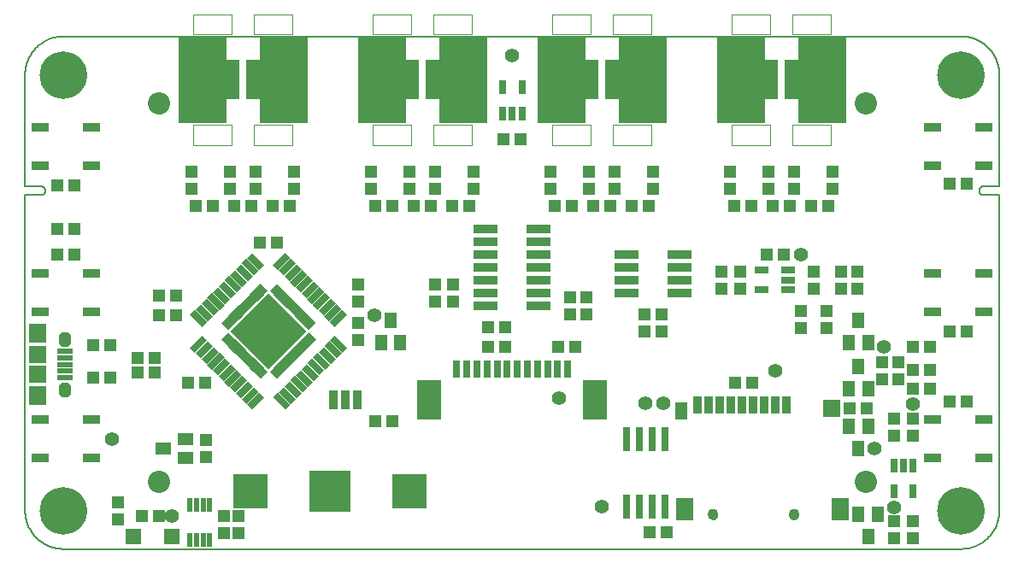
<source format=gts>
G75*
%MOIN*%
%OFA0B0*%
%FSLAX25Y25*%
%IPPOS*%
%LPD*%
%AMOC8*
5,1,8,0,0,1.08239X$1,22.5*
%
%ADD10C,0.00500*%
%ADD11C,0.00000*%
%ADD12C,0.18517*%
%ADD13R,0.03556X0.07493*%
%ADD14R,0.05524X0.02965*%
%ADD15R,0.04800X0.04500*%
%ADD16R,0.02965X0.05524*%
%ADD17R,0.04500X0.04800*%
%ADD18R,0.09500X0.03200*%
%ADD19R,0.18517X0.33871*%
%ADD20C,0.00394*%
%ADD21R,0.06299X0.15748*%
%ADD22R,0.06800X0.03800*%
%ADD23C,0.08674*%
%ADD24R,0.06312X0.06312*%
%ADD25R,0.06115X0.02375*%
%ADD26C,0.03405*%
%ADD27R,0.06902X0.07276*%
%ADD28R,0.06902X0.06706*%
%ADD29C,0.05562*%
%ADD30R,0.16400X0.16400*%
%ADD31R,0.13300X0.13300*%
%ADD32R,0.03162X0.09461*%
%ADD33R,0.03950X0.01981*%
%ADD34R,0.20800X0.20800*%
%ADD35R,0.03800X0.06800*%
%ADD36R,0.04800X0.06800*%
%ADD37R,0.06800X0.08800*%
%ADD38R,0.06800X0.06800*%
%ADD39C,0.04300*%
%ADD40R,0.04737X0.06312*%
%ADD41R,0.02769X0.06706*%
%ADD42R,0.09449X0.15748*%
%ADD43R,0.06706X0.02769*%
%ADD44R,0.02178X0.05524*%
%ADD45R,0.06312X0.04737*%
D10*
X0177595Y0163933D02*
X0527595Y0163933D01*
X0527957Y0163937D01*
X0528320Y0163951D01*
X0528682Y0163972D01*
X0529043Y0164003D01*
X0529403Y0164042D01*
X0529762Y0164090D01*
X0530120Y0164147D01*
X0530477Y0164212D01*
X0530832Y0164286D01*
X0531185Y0164369D01*
X0531536Y0164460D01*
X0531884Y0164559D01*
X0532230Y0164667D01*
X0532574Y0164783D01*
X0532914Y0164908D01*
X0533251Y0165040D01*
X0533585Y0165181D01*
X0533916Y0165330D01*
X0534243Y0165487D01*
X0534566Y0165651D01*
X0534885Y0165823D01*
X0535199Y0166003D01*
X0535510Y0166191D01*
X0535815Y0166386D01*
X0536116Y0166588D01*
X0536412Y0166798D01*
X0536702Y0167014D01*
X0536988Y0167238D01*
X0537268Y0167468D01*
X0537542Y0167705D01*
X0537810Y0167949D01*
X0538073Y0168199D01*
X0538329Y0168455D01*
X0538579Y0168718D01*
X0538823Y0168986D01*
X0539060Y0169260D01*
X0539290Y0169540D01*
X0539514Y0169826D01*
X0539730Y0170116D01*
X0539940Y0170412D01*
X0540142Y0170713D01*
X0540337Y0171018D01*
X0540525Y0171329D01*
X0540705Y0171643D01*
X0540877Y0171962D01*
X0541041Y0172285D01*
X0541198Y0172612D01*
X0541347Y0172943D01*
X0541488Y0173277D01*
X0541620Y0173614D01*
X0541745Y0173954D01*
X0541861Y0174298D01*
X0541969Y0174644D01*
X0542068Y0174992D01*
X0542159Y0175343D01*
X0542242Y0175696D01*
X0542316Y0176051D01*
X0542381Y0176408D01*
X0542438Y0176766D01*
X0542486Y0177125D01*
X0542525Y0177485D01*
X0542556Y0177846D01*
X0542577Y0178208D01*
X0542591Y0178571D01*
X0542595Y0178933D01*
X0542595Y0302004D01*
X0536493Y0302004D01*
X0536411Y0302006D01*
X0536330Y0302012D01*
X0536248Y0302021D01*
X0536167Y0302034D01*
X0536087Y0302051D01*
X0536008Y0302072D01*
X0535930Y0302096D01*
X0535853Y0302124D01*
X0535777Y0302155D01*
X0535703Y0302190D01*
X0535631Y0302228D01*
X0535560Y0302269D01*
X0535492Y0302314D01*
X0535425Y0302362D01*
X0535361Y0302413D01*
X0535299Y0302466D01*
X0535240Y0302523D01*
X0535183Y0302582D01*
X0535130Y0302644D01*
X0535079Y0302708D01*
X0535031Y0302775D01*
X0534986Y0302843D01*
X0534945Y0302914D01*
X0534907Y0302986D01*
X0534872Y0303060D01*
X0534841Y0303136D01*
X0534813Y0303213D01*
X0534789Y0303291D01*
X0534768Y0303370D01*
X0534751Y0303450D01*
X0534738Y0303531D01*
X0534729Y0303613D01*
X0534723Y0303694D01*
X0534721Y0303776D01*
X0534723Y0303858D01*
X0534729Y0303939D01*
X0534738Y0304021D01*
X0534751Y0304102D01*
X0534768Y0304182D01*
X0534789Y0304261D01*
X0534813Y0304339D01*
X0534841Y0304416D01*
X0534872Y0304492D01*
X0534907Y0304566D01*
X0534945Y0304638D01*
X0534986Y0304709D01*
X0535031Y0304777D01*
X0535079Y0304844D01*
X0535130Y0304908D01*
X0535183Y0304970D01*
X0535240Y0305029D01*
X0535299Y0305086D01*
X0535361Y0305139D01*
X0535425Y0305190D01*
X0535492Y0305238D01*
X0535560Y0305283D01*
X0535631Y0305324D01*
X0535703Y0305362D01*
X0535777Y0305397D01*
X0535853Y0305428D01*
X0535930Y0305456D01*
X0536008Y0305480D01*
X0536087Y0305501D01*
X0536167Y0305518D01*
X0536248Y0305531D01*
X0536330Y0305540D01*
X0536411Y0305546D01*
X0536493Y0305548D01*
X0536493Y0305547D02*
X0542595Y0305547D01*
X0542595Y0348933D01*
X0542591Y0349295D01*
X0542577Y0349658D01*
X0542556Y0350020D01*
X0542525Y0350381D01*
X0542486Y0350741D01*
X0542438Y0351100D01*
X0542381Y0351458D01*
X0542316Y0351815D01*
X0542242Y0352170D01*
X0542159Y0352523D01*
X0542068Y0352874D01*
X0541969Y0353222D01*
X0541861Y0353568D01*
X0541745Y0353912D01*
X0541620Y0354252D01*
X0541488Y0354589D01*
X0541347Y0354923D01*
X0541198Y0355254D01*
X0541041Y0355581D01*
X0540877Y0355904D01*
X0540705Y0356223D01*
X0540525Y0356537D01*
X0540337Y0356848D01*
X0540142Y0357153D01*
X0539940Y0357454D01*
X0539730Y0357750D01*
X0539514Y0358040D01*
X0539290Y0358326D01*
X0539060Y0358606D01*
X0538823Y0358880D01*
X0538579Y0359148D01*
X0538329Y0359411D01*
X0538073Y0359667D01*
X0537810Y0359917D01*
X0537542Y0360161D01*
X0537268Y0360398D01*
X0536988Y0360628D01*
X0536702Y0360852D01*
X0536412Y0361068D01*
X0536116Y0361278D01*
X0535815Y0361480D01*
X0535510Y0361675D01*
X0535199Y0361863D01*
X0534885Y0362043D01*
X0534566Y0362215D01*
X0534243Y0362379D01*
X0533916Y0362536D01*
X0533585Y0362685D01*
X0533251Y0362826D01*
X0532914Y0362958D01*
X0532574Y0363083D01*
X0532230Y0363199D01*
X0531884Y0363307D01*
X0531536Y0363406D01*
X0531185Y0363497D01*
X0530832Y0363580D01*
X0530477Y0363654D01*
X0530120Y0363719D01*
X0529762Y0363776D01*
X0529403Y0363824D01*
X0529043Y0363863D01*
X0528682Y0363894D01*
X0528320Y0363915D01*
X0527957Y0363929D01*
X0527595Y0363933D01*
X0177595Y0363933D01*
X0177233Y0363929D01*
X0176870Y0363915D01*
X0176508Y0363894D01*
X0176147Y0363863D01*
X0175787Y0363824D01*
X0175428Y0363776D01*
X0175070Y0363719D01*
X0174713Y0363654D01*
X0174358Y0363580D01*
X0174005Y0363497D01*
X0173654Y0363406D01*
X0173306Y0363307D01*
X0172960Y0363199D01*
X0172616Y0363083D01*
X0172276Y0362958D01*
X0171939Y0362826D01*
X0171605Y0362685D01*
X0171274Y0362536D01*
X0170947Y0362379D01*
X0170624Y0362215D01*
X0170305Y0362043D01*
X0169991Y0361863D01*
X0169680Y0361675D01*
X0169375Y0361480D01*
X0169074Y0361278D01*
X0168778Y0361068D01*
X0168488Y0360852D01*
X0168202Y0360628D01*
X0167922Y0360398D01*
X0167648Y0360161D01*
X0167380Y0359917D01*
X0167117Y0359667D01*
X0166861Y0359411D01*
X0166611Y0359148D01*
X0166367Y0358880D01*
X0166130Y0358606D01*
X0165900Y0358326D01*
X0165676Y0358040D01*
X0165460Y0357750D01*
X0165250Y0357454D01*
X0165048Y0357153D01*
X0164853Y0356848D01*
X0164665Y0356537D01*
X0164485Y0356223D01*
X0164313Y0355904D01*
X0164149Y0355581D01*
X0163992Y0355254D01*
X0163843Y0354923D01*
X0163702Y0354589D01*
X0163570Y0354252D01*
X0163445Y0353912D01*
X0163329Y0353568D01*
X0163221Y0353222D01*
X0163122Y0352874D01*
X0163031Y0352523D01*
X0162948Y0352170D01*
X0162874Y0351815D01*
X0162809Y0351458D01*
X0162752Y0351100D01*
X0162704Y0350741D01*
X0162665Y0350381D01*
X0162634Y0350020D01*
X0162613Y0349658D01*
X0162599Y0349295D01*
X0162595Y0348933D01*
X0162595Y0305547D01*
X0168698Y0305547D01*
X0168698Y0305548D02*
X0168780Y0305546D01*
X0168861Y0305540D01*
X0168943Y0305531D01*
X0169024Y0305518D01*
X0169104Y0305501D01*
X0169183Y0305480D01*
X0169261Y0305456D01*
X0169338Y0305428D01*
X0169414Y0305397D01*
X0169488Y0305362D01*
X0169560Y0305324D01*
X0169631Y0305283D01*
X0169699Y0305238D01*
X0169766Y0305190D01*
X0169830Y0305139D01*
X0169892Y0305086D01*
X0169951Y0305029D01*
X0170008Y0304970D01*
X0170061Y0304908D01*
X0170112Y0304844D01*
X0170160Y0304777D01*
X0170205Y0304709D01*
X0170246Y0304638D01*
X0170284Y0304566D01*
X0170319Y0304492D01*
X0170350Y0304416D01*
X0170378Y0304339D01*
X0170402Y0304261D01*
X0170423Y0304182D01*
X0170440Y0304102D01*
X0170453Y0304021D01*
X0170462Y0303939D01*
X0170468Y0303858D01*
X0170470Y0303776D01*
X0170468Y0303694D01*
X0170462Y0303613D01*
X0170453Y0303531D01*
X0170440Y0303450D01*
X0170423Y0303370D01*
X0170402Y0303291D01*
X0170378Y0303213D01*
X0170350Y0303136D01*
X0170319Y0303060D01*
X0170284Y0302986D01*
X0170246Y0302914D01*
X0170205Y0302843D01*
X0170160Y0302775D01*
X0170112Y0302708D01*
X0170061Y0302644D01*
X0170008Y0302582D01*
X0169951Y0302523D01*
X0169892Y0302466D01*
X0169830Y0302413D01*
X0169766Y0302362D01*
X0169699Y0302314D01*
X0169631Y0302269D01*
X0169560Y0302228D01*
X0169488Y0302190D01*
X0169414Y0302155D01*
X0169338Y0302124D01*
X0169261Y0302096D01*
X0169183Y0302072D01*
X0169104Y0302051D01*
X0169024Y0302034D01*
X0168943Y0302021D01*
X0168861Y0302012D01*
X0168780Y0302006D01*
X0168698Y0302004D01*
X0162595Y0302004D01*
X0162595Y0178933D01*
X0162599Y0178571D01*
X0162613Y0178208D01*
X0162634Y0177846D01*
X0162665Y0177485D01*
X0162704Y0177125D01*
X0162752Y0176766D01*
X0162809Y0176408D01*
X0162874Y0176051D01*
X0162948Y0175696D01*
X0163031Y0175343D01*
X0163122Y0174992D01*
X0163221Y0174644D01*
X0163329Y0174298D01*
X0163445Y0173954D01*
X0163570Y0173614D01*
X0163702Y0173277D01*
X0163843Y0172943D01*
X0163992Y0172612D01*
X0164149Y0172285D01*
X0164313Y0171962D01*
X0164485Y0171643D01*
X0164665Y0171329D01*
X0164853Y0171018D01*
X0165048Y0170713D01*
X0165250Y0170412D01*
X0165460Y0170116D01*
X0165676Y0169826D01*
X0165900Y0169540D01*
X0166130Y0169260D01*
X0166367Y0168986D01*
X0166611Y0168718D01*
X0166861Y0168455D01*
X0167117Y0168199D01*
X0167380Y0167949D01*
X0167648Y0167705D01*
X0167922Y0167468D01*
X0168202Y0167238D01*
X0168488Y0167014D01*
X0168778Y0166798D01*
X0169074Y0166588D01*
X0169375Y0166386D01*
X0169680Y0166191D01*
X0169991Y0166003D01*
X0170305Y0165823D01*
X0170624Y0165651D01*
X0170947Y0165487D01*
X0171274Y0165330D01*
X0171605Y0165181D01*
X0171939Y0165040D01*
X0172276Y0164908D01*
X0172616Y0164783D01*
X0172960Y0164667D01*
X0173306Y0164559D01*
X0173654Y0164460D01*
X0174005Y0164369D01*
X0174358Y0164286D01*
X0174713Y0164212D01*
X0175070Y0164147D01*
X0175428Y0164090D01*
X0175787Y0164042D01*
X0176147Y0164003D01*
X0176508Y0163972D01*
X0176870Y0163951D01*
X0177233Y0163937D01*
X0177595Y0163933D01*
D11*
X0168737Y0178933D02*
X0168740Y0179150D01*
X0168748Y0179368D01*
X0168761Y0179585D01*
X0168780Y0179801D01*
X0168804Y0180017D01*
X0168833Y0180233D01*
X0168867Y0180447D01*
X0168907Y0180661D01*
X0168952Y0180874D01*
X0169002Y0181085D01*
X0169058Y0181296D01*
X0169118Y0181504D01*
X0169184Y0181712D01*
X0169255Y0181917D01*
X0169331Y0182121D01*
X0169411Y0182323D01*
X0169497Y0182523D01*
X0169587Y0182720D01*
X0169683Y0182916D01*
X0169783Y0183109D01*
X0169888Y0183299D01*
X0169997Y0183487D01*
X0170111Y0183672D01*
X0170230Y0183854D01*
X0170353Y0184034D01*
X0170480Y0184210D01*
X0170612Y0184383D01*
X0170748Y0184552D01*
X0170888Y0184719D01*
X0171032Y0184882D01*
X0171180Y0185041D01*
X0171331Y0185197D01*
X0171487Y0185348D01*
X0171646Y0185496D01*
X0171809Y0185640D01*
X0171976Y0185780D01*
X0172145Y0185916D01*
X0172318Y0186048D01*
X0172494Y0186175D01*
X0172674Y0186298D01*
X0172856Y0186417D01*
X0173041Y0186531D01*
X0173229Y0186640D01*
X0173419Y0186745D01*
X0173612Y0186845D01*
X0173808Y0186941D01*
X0174005Y0187031D01*
X0174205Y0187117D01*
X0174407Y0187197D01*
X0174611Y0187273D01*
X0174816Y0187344D01*
X0175024Y0187410D01*
X0175232Y0187470D01*
X0175443Y0187526D01*
X0175654Y0187576D01*
X0175867Y0187621D01*
X0176081Y0187661D01*
X0176295Y0187695D01*
X0176511Y0187724D01*
X0176727Y0187748D01*
X0176943Y0187767D01*
X0177160Y0187780D01*
X0177378Y0187788D01*
X0177595Y0187791D01*
X0177812Y0187788D01*
X0178030Y0187780D01*
X0178247Y0187767D01*
X0178463Y0187748D01*
X0178679Y0187724D01*
X0178895Y0187695D01*
X0179109Y0187661D01*
X0179323Y0187621D01*
X0179536Y0187576D01*
X0179747Y0187526D01*
X0179958Y0187470D01*
X0180166Y0187410D01*
X0180374Y0187344D01*
X0180579Y0187273D01*
X0180783Y0187197D01*
X0180985Y0187117D01*
X0181185Y0187031D01*
X0181382Y0186941D01*
X0181578Y0186845D01*
X0181771Y0186745D01*
X0181961Y0186640D01*
X0182149Y0186531D01*
X0182334Y0186417D01*
X0182516Y0186298D01*
X0182696Y0186175D01*
X0182872Y0186048D01*
X0183045Y0185916D01*
X0183214Y0185780D01*
X0183381Y0185640D01*
X0183544Y0185496D01*
X0183703Y0185348D01*
X0183859Y0185197D01*
X0184010Y0185041D01*
X0184158Y0184882D01*
X0184302Y0184719D01*
X0184442Y0184552D01*
X0184578Y0184383D01*
X0184710Y0184210D01*
X0184837Y0184034D01*
X0184960Y0183854D01*
X0185079Y0183672D01*
X0185193Y0183487D01*
X0185302Y0183299D01*
X0185407Y0183109D01*
X0185507Y0182916D01*
X0185603Y0182720D01*
X0185693Y0182523D01*
X0185779Y0182323D01*
X0185859Y0182121D01*
X0185935Y0181917D01*
X0186006Y0181712D01*
X0186072Y0181504D01*
X0186132Y0181296D01*
X0186188Y0181085D01*
X0186238Y0180874D01*
X0186283Y0180661D01*
X0186323Y0180447D01*
X0186357Y0180233D01*
X0186386Y0180017D01*
X0186410Y0179801D01*
X0186429Y0179585D01*
X0186442Y0179368D01*
X0186450Y0179150D01*
X0186453Y0178933D01*
X0186450Y0178716D01*
X0186442Y0178498D01*
X0186429Y0178281D01*
X0186410Y0178065D01*
X0186386Y0177849D01*
X0186357Y0177633D01*
X0186323Y0177419D01*
X0186283Y0177205D01*
X0186238Y0176992D01*
X0186188Y0176781D01*
X0186132Y0176570D01*
X0186072Y0176362D01*
X0186006Y0176154D01*
X0185935Y0175949D01*
X0185859Y0175745D01*
X0185779Y0175543D01*
X0185693Y0175343D01*
X0185603Y0175146D01*
X0185507Y0174950D01*
X0185407Y0174757D01*
X0185302Y0174567D01*
X0185193Y0174379D01*
X0185079Y0174194D01*
X0184960Y0174012D01*
X0184837Y0173832D01*
X0184710Y0173656D01*
X0184578Y0173483D01*
X0184442Y0173314D01*
X0184302Y0173147D01*
X0184158Y0172984D01*
X0184010Y0172825D01*
X0183859Y0172669D01*
X0183703Y0172518D01*
X0183544Y0172370D01*
X0183381Y0172226D01*
X0183214Y0172086D01*
X0183045Y0171950D01*
X0182872Y0171818D01*
X0182696Y0171691D01*
X0182516Y0171568D01*
X0182334Y0171449D01*
X0182149Y0171335D01*
X0181961Y0171226D01*
X0181771Y0171121D01*
X0181578Y0171021D01*
X0181382Y0170925D01*
X0181185Y0170835D01*
X0180985Y0170749D01*
X0180783Y0170669D01*
X0180579Y0170593D01*
X0180374Y0170522D01*
X0180166Y0170456D01*
X0179958Y0170396D01*
X0179747Y0170340D01*
X0179536Y0170290D01*
X0179323Y0170245D01*
X0179109Y0170205D01*
X0178895Y0170171D01*
X0178679Y0170142D01*
X0178463Y0170118D01*
X0178247Y0170099D01*
X0178030Y0170086D01*
X0177812Y0170078D01*
X0177595Y0170075D01*
X0177378Y0170078D01*
X0177160Y0170086D01*
X0176943Y0170099D01*
X0176727Y0170118D01*
X0176511Y0170142D01*
X0176295Y0170171D01*
X0176081Y0170205D01*
X0175867Y0170245D01*
X0175654Y0170290D01*
X0175443Y0170340D01*
X0175232Y0170396D01*
X0175024Y0170456D01*
X0174816Y0170522D01*
X0174611Y0170593D01*
X0174407Y0170669D01*
X0174205Y0170749D01*
X0174005Y0170835D01*
X0173808Y0170925D01*
X0173612Y0171021D01*
X0173419Y0171121D01*
X0173229Y0171226D01*
X0173041Y0171335D01*
X0172856Y0171449D01*
X0172674Y0171568D01*
X0172494Y0171691D01*
X0172318Y0171818D01*
X0172145Y0171950D01*
X0171976Y0172086D01*
X0171809Y0172226D01*
X0171646Y0172370D01*
X0171487Y0172518D01*
X0171331Y0172669D01*
X0171180Y0172825D01*
X0171032Y0172984D01*
X0170888Y0173147D01*
X0170748Y0173314D01*
X0170612Y0173483D01*
X0170480Y0173656D01*
X0170353Y0173832D01*
X0170230Y0174012D01*
X0170111Y0174194D01*
X0169997Y0174379D01*
X0169888Y0174567D01*
X0169783Y0174757D01*
X0169683Y0174950D01*
X0169587Y0175146D01*
X0169497Y0175343D01*
X0169411Y0175543D01*
X0169331Y0175745D01*
X0169255Y0175949D01*
X0169184Y0176154D01*
X0169118Y0176362D01*
X0169058Y0176570D01*
X0169002Y0176781D01*
X0168952Y0176992D01*
X0168907Y0177205D01*
X0168867Y0177419D01*
X0168833Y0177633D01*
X0168804Y0177849D01*
X0168780Y0178065D01*
X0168761Y0178281D01*
X0168748Y0178498D01*
X0168740Y0178716D01*
X0168737Y0178933D01*
X0210863Y0190114D02*
X0210865Y0190239D01*
X0210871Y0190364D01*
X0210881Y0190488D01*
X0210895Y0190612D01*
X0210912Y0190736D01*
X0210934Y0190859D01*
X0210960Y0190981D01*
X0210989Y0191103D01*
X0211022Y0191223D01*
X0211060Y0191342D01*
X0211100Y0191461D01*
X0211145Y0191577D01*
X0211193Y0191692D01*
X0211245Y0191806D01*
X0211301Y0191918D01*
X0211360Y0192028D01*
X0211422Y0192136D01*
X0211488Y0192243D01*
X0211557Y0192347D01*
X0211630Y0192448D01*
X0211705Y0192548D01*
X0211784Y0192645D01*
X0211866Y0192739D01*
X0211951Y0192831D01*
X0212038Y0192920D01*
X0212129Y0193006D01*
X0212222Y0193089D01*
X0212318Y0193170D01*
X0212416Y0193247D01*
X0212516Y0193321D01*
X0212619Y0193392D01*
X0212724Y0193459D01*
X0212832Y0193524D01*
X0212941Y0193584D01*
X0213052Y0193642D01*
X0213165Y0193695D01*
X0213279Y0193745D01*
X0213395Y0193792D01*
X0213512Y0193834D01*
X0213631Y0193873D01*
X0213751Y0193909D01*
X0213872Y0193940D01*
X0213994Y0193968D01*
X0214116Y0193991D01*
X0214240Y0194011D01*
X0214364Y0194027D01*
X0214488Y0194039D01*
X0214613Y0194047D01*
X0214738Y0194051D01*
X0214862Y0194051D01*
X0214987Y0194047D01*
X0215112Y0194039D01*
X0215236Y0194027D01*
X0215360Y0194011D01*
X0215484Y0193991D01*
X0215606Y0193968D01*
X0215728Y0193940D01*
X0215849Y0193909D01*
X0215969Y0193873D01*
X0216088Y0193834D01*
X0216205Y0193792D01*
X0216321Y0193745D01*
X0216435Y0193695D01*
X0216548Y0193642D01*
X0216659Y0193584D01*
X0216769Y0193524D01*
X0216876Y0193459D01*
X0216981Y0193392D01*
X0217084Y0193321D01*
X0217184Y0193247D01*
X0217282Y0193170D01*
X0217378Y0193089D01*
X0217471Y0193006D01*
X0217562Y0192920D01*
X0217649Y0192831D01*
X0217734Y0192739D01*
X0217816Y0192645D01*
X0217895Y0192548D01*
X0217970Y0192448D01*
X0218043Y0192347D01*
X0218112Y0192243D01*
X0218178Y0192136D01*
X0218240Y0192028D01*
X0218299Y0191918D01*
X0218355Y0191806D01*
X0218407Y0191692D01*
X0218455Y0191577D01*
X0218500Y0191461D01*
X0218540Y0191342D01*
X0218578Y0191223D01*
X0218611Y0191103D01*
X0218640Y0190981D01*
X0218666Y0190859D01*
X0218688Y0190736D01*
X0218705Y0190612D01*
X0218719Y0190488D01*
X0218729Y0190364D01*
X0218735Y0190239D01*
X0218737Y0190114D01*
X0218735Y0189989D01*
X0218729Y0189864D01*
X0218719Y0189740D01*
X0218705Y0189616D01*
X0218688Y0189492D01*
X0218666Y0189369D01*
X0218640Y0189247D01*
X0218611Y0189125D01*
X0218578Y0189005D01*
X0218540Y0188886D01*
X0218500Y0188767D01*
X0218455Y0188651D01*
X0218407Y0188536D01*
X0218355Y0188422D01*
X0218299Y0188310D01*
X0218240Y0188200D01*
X0218178Y0188092D01*
X0218112Y0187985D01*
X0218043Y0187881D01*
X0217970Y0187780D01*
X0217895Y0187680D01*
X0217816Y0187583D01*
X0217734Y0187489D01*
X0217649Y0187397D01*
X0217562Y0187308D01*
X0217471Y0187222D01*
X0217378Y0187139D01*
X0217282Y0187058D01*
X0217184Y0186981D01*
X0217084Y0186907D01*
X0216981Y0186836D01*
X0216876Y0186769D01*
X0216768Y0186704D01*
X0216659Y0186644D01*
X0216548Y0186586D01*
X0216435Y0186533D01*
X0216321Y0186483D01*
X0216205Y0186436D01*
X0216088Y0186394D01*
X0215969Y0186355D01*
X0215849Y0186319D01*
X0215728Y0186288D01*
X0215606Y0186260D01*
X0215484Y0186237D01*
X0215360Y0186217D01*
X0215236Y0186201D01*
X0215112Y0186189D01*
X0214987Y0186181D01*
X0214862Y0186177D01*
X0214738Y0186177D01*
X0214613Y0186181D01*
X0214488Y0186189D01*
X0214364Y0186201D01*
X0214240Y0186217D01*
X0214116Y0186237D01*
X0213994Y0186260D01*
X0213872Y0186288D01*
X0213751Y0186319D01*
X0213631Y0186355D01*
X0213512Y0186394D01*
X0213395Y0186436D01*
X0213279Y0186483D01*
X0213165Y0186533D01*
X0213052Y0186586D01*
X0212941Y0186644D01*
X0212831Y0186704D01*
X0212724Y0186769D01*
X0212619Y0186836D01*
X0212516Y0186907D01*
X0212416Y0186981D01*
X0212318Y0187058D01*
X0212222Y0187139D01*
X0212129Y0187222D01*
X0212038Y0187308D01*
X0211951Y0187397D01*
X0211866Y0187489D01*
X0211784Y0187583D01*
X0211705Y0187680D01*
X0211630Y0187780D01*
X0211557Y0187881D01*
X0211488Y0187985D01*
X0211422Y0188092D01*
X0211360Y0188200D01*
X0211301Y0188310D01*
X0211245Y0188422D01*
X0211193Y0188536D01*
X0211145Y0188651D01*
X0211100Y0188767D01*
X0211060Y0188886D01*
X0211022Y0189005D01*
X0210989Y0189125D01*
X0210960Y0189247D01*
X0210934Y0189369D01*
X0210912Y0189492D01*
X0210895Y0189616D01*
X0210881Y0189740D01*
X0210871Y0189864D01*
X0210865Y0189989D01*
X0210863Y0190114D01*
X0210863Y0337752D02*
X0210865Y0337877D01*
X0210871Y0338002D01*
X0210881Y0338126D01*
X0210895Y0338250D01*
X0210912Y0338374D01*
X0210934Y0338497D01*
X0210960Y0338619D01*
X0210989Y0338741D01*
X0211022Y0338861D01*
X0211060Y0338980D01*
X0211100Y0339099D01*
X0211145Y0339215D01*
X0211193Y0339330D01*
X0211245Y0339444D01*
X0211301Y0339556D01*
X0211360Y0339666D01*
X0211422Y0339774D01*
X0211488Y0339881D01*
X0211557Y0339985D01*
X0211630Y0340086D01*
X0211705Y0340186D01*
X0211784Y0340283D01*
X0211866Y0340377D01*
X0211951Y0340469D01*
X0212038Y0340558D01*
X0212129Y0340644D01*
X0212222Y0340727D01*
X0212318Y0340808D01*
X0212416Y0340885D01*
X0212516Y0340959D01*
X0212619Y0341030D01*
X0212724Y0341097D01*
X0212832Y0341162D01*
X0212941Y0341222D01*
X0213052Y0341280D01*
X0213165Y0341333D01*
X0213279Y0341383D01*
X0213395Y0341430D01*
X0213512Y0341472D01*
X0213631Y0341511D01*
X0213751Y0341547D01*
X0213872Y0341578D01*
X0213994Y0341606D01*
X0214116Y0341629D01*
X0214240Y0341649D01*
X0214364Y0341665D01*
X0214488Y0341677D01*
X0214613Y0341685D01*
X0214738Y0341689D01*
X0214862Y0341689D01*
X0214987Y0341685D01*
X0215112Y0341677D01*
X0215236Y0341665D01*
X0215360Y0341649D01*
X0215484Y0341629D01*
X0215606Y0341606D01*
X0215728Y0341578D01*
X0215849Y0341547D01*
X0215969Y0341511D01*
X0216088Y0341472D01*
X0216205Y0341430D01*
X0216321Y0341383D01*
X0216435Y0341333D01*
X0216548Y0341280D01*
X0216659Y0341222D01*
X0216769Y0341162D01*
X0216876Y0341097D01*
X0216981Y0341030D01*
X0217084Y0340959D01*
X0217184Y0340885D01*
X0217282Y0340808D01*
X0217378Y0340727D01*
X0217471Y0340644D01*
X0217562Y0340558D01*
X0217649Y0340469D01*
X0217734Y0340377D01*
X0217816Y0340283D01*
X0217895Y0340186D01*
X0217970Y0340086D01*
X0218043Y0339985D01*
X0218112Y0339881D01*
X0218178Y0339774D01*
X0218240Y0339666D01*
X0218299Y0339556D01*
X0218355Y0339444D01*
X0218407Y0339330D01*
X0218455Y0339215D01*
X0218500Y0339099D01*
X0218540Y0338980D01*
X0218578Y0338861D01*
X0218611Y0338741D01*
X0218640Y0338619D01*
X0218666Y0338497D01*
X0218688Y0338374D01*
X0218705Y0338250D01*
X0218719Y0338126D01*
X0218729Y0338002D01*
X0218735Y0337877D01*
X0218737Y0337752D01*
X0218735Y0337627D01*
X0218729Y0337502D01*
X0218719Y0337378D01*
X0218705Y0337254D01*
X0218688Y0337130D01*
X0218666Y0337007D01*
X0218640Y0336885D01*
X0218611Y0336763D01*
X0218578Y0336643D01*
X0218540Y0336524D01*
X0218500Y0336405D01*
X0218455Y0336289D01*
X0218407Y0336174D01*
X0218355Y0336060D01*
X0218299Y0335948D01*
X0218240Y0335838D01*
X0218178Y0335730D01*
X0218112Y0335623D01*
X0218043Y0335519D01*
X0217970Y0335418D01*
X0217895Y0335318D01*
X0217816Y0335221D01*
X0217734Y0335127D01*
X0217649Y0335035D01*
X0217562Y0334946D01*
X0217471Y0334860D01*
X0217378Y0334777D01*
X0217282Y0334696D01*
X0217184Y0334619D01*
X0217084Y0334545D01*
X0216981Y0334474D01*
X0216876Y0334407D01*
X0216768Y0334342D01*
X0216659Y0334282D01*
X0216548Y0334224D01*
X0216435Y0334171D01*
X0216321Y0334121D01*
X0216205Y0334074D01*
X0216088Y0334032D01*
X0215969Y0333993D01*
X0215849Y0333957D01*
X0215728Y0333926D01*
X0215606Y0333898D01*
X0215484Y0333875D01*
X0215360Y0333855D01*
X0215236Y0333839D01*
X0215112Y0333827D01*
X0214987Y0333819D01*
X0214862Y0333815D01*
X0214738Y0333815D01*
X0214613Y0333819D01*
X0214488Y0333827D01*
X0214364Y0333839D01*
X0214240Y0333855D01*
X0214116Y0333875D01*
X0213994Y0333898D01*
X0213872Y0333926D01*
X0213751Y0333957D01*
X0213631Y0333993D01*
X0213512Y0334032D01*
X0213395Y0334074D01*
X0213279Y0334121D01*
X0213165Y0334171D01*
X0213052Y0334224D01*
X0212941Y0334282D01*
X0212831Y0334342D01*
X0212724Y0334407D01*
X0212619Y0334474D01*
X0212516Y0334545D01*
X0212416Y0334619D01*
X0212318Y0334696D01*
X0212222Y0334777D01*
X0212129Y0334860D01*
X0212038Y0334946D01*
X0211951Y0335035D01*
X0211866Y0335127D01*
X0211784Y0335221D01*
X0211705Y0335318D01*
X0211630Y0335418D01*
X0211557Y0335519D01*
X0211488Y0335623D01*
X0211422Y0335730D01*
X0211360Y0335838D01*
X0211301Y0335948D01*
X0211245Y0336060D01*
X0211193Y0336174D01*
X0211145Y0336289D01*
X0211100Y0336405D01*
X0211060Y0336524D01*
X0211022Y0336643D01*
X0210989Y0336763D01*
X0210960Y0336885D01*
X0210934Y0337007D01*
X0210912Y0337130D01*
X0210895Y0337254D01*
X0210881Y0337378D01*
X0210871Y0337502D01*
X0210865Y0337627D01*
X0210863Y0337752D01*
X0168737Y0348933D02*
X0168740Y0349150D01*
X0168748Y0349368D01*
X0168761Y0349585D01*
X0168780Y0349801D01*
X0168804Y0350017D01*
X0168833Y0350233D01*
X0168867Y0350447D01*
X0168907Y0350661D01*
X0168952Y0350874D01*
X0169002Y0351085D01*
X0169058Y0351296D01*
X0169118Y0351504D01*
X0169184Y0351712D01*
X0169255Y0351917D01*
X0169331Y0352121D01*
X0169411Y0352323D01*
X0169497Y0352523D01*
X0169587Y0352720D01*
X0169683Y0352916D01*
X0169783Y0353109D01*
X0169888Y0353299D01*
X0169997Y0353487D01*
X0170111Y0353672D01*
X0170230Y0353854D01*
X0170353Y0354034D01*
X0170480Y0354210D01*
X0170612Y0354383D01*
X0170748Y0354552D01*
X0170888Y0354719D01*
X0171032Y0354882D01*
X0171180Y0355041D01*
X0171331Y0355197D01*
X0171487Y0355348D01*
X0171646Y0355496D01*
X0171809Y0355640D01*
X0171976Y0355780D01*
X0172145Y0355916D01*
X0172318Y0356048D01*
X0172494Y0356175D01*
X0172674Y0356298D01*
X0172856Y0356417D01*
X0173041Y0356531D01*
X0173229Y0356640D01*
X0173419Y0356745D01*
X0173612Y0356845D01*
X0173808Y0356941D01*
X0174005Y0357031D01*
X0174205Y0357117D01*
X0174407Y0357197D01*
X0174611Y0357273D01*
X0174816Y0357344D01*
X0175024Y0357410D01*
X0175232Y0357470D01*
X0175443Y0357526D01*
X0175654Y0357576D01*
X0175867Y0357621D01*
X0176081Y0357661D01*
X0176295Y0357695D01*
X0176511Y0357724D01*
X0176727Y0357748D01*
X0176943Y0357767D01*
X0177160Y0357780D01*
X0177378Y0357788D01*
X0177595Y0357791D01*
X0177812Y0357788D01*
X0178030Y0357780D01*
X0178247Y0357767D01*
X0178463Y0357748D01*
X0178679Y0357724D01*
X0178895Y0357695D01*
X0179109Y0357661D01*
X0179323Y0357621D01*
X0179536Y0357576D01*
X0179747Y0357526D01*
X0179958Y0357470D01*
X0180166Y0357410D01*
X0180374Y0357344D01*
X0180579Y0357273D01*
X0180783Y0357197D01*
X0180985Y0357117D01*
X0181185Y0357031D01*
X0181382Y0356941D01*
X0181578Y0356845D01*
X0181771Y0356745D01*
X0181961Y0356640D01*
X0182149Y0356531D01*
X0182334Y0356417D01*
X0182516Y0356298D01*
X0182696Y0356175D01*
X0182872Y0356048D01*
X0183045Y0355916D01*
X0183214Y0355780D01*
X0183381Y0355640D01*
X0183544Y0355496D01*
X0183703Y0355348D01*
X0183859Y0355197D01*
X0184010Y0355041D01*
X0184158Y0354882D01*
X0184302Y0354719D01*
X0184442Y0354552D01*
X0184578Y0354383D01*
X0184710Y0354210D01*
X0184837Y0354034D01*
X0184960Y0353854D01*
X0185079Y0353672D01*
X0185193Y0353487D01*
X0185302Y0353299D01*
X0185407Y0353109D01*
X0185507Y0352916D01*
X0185603Y0352720D01*
X0185693Y0352523D01*
X0185779Y0352323D01*
X0185859Y0352121D01*
X0185935Y0351917D01*
X0186006Y0351712D01*
X0186072Y0351504D01*
X0186132Y0351296D01*
X0186188Y0351085D01*
X0186238Y0350874D01*
X0186283Y0350661D01*
X0186323Y0350447D01*
X0186357Y0350233D01*
X0186386Y0350017D01*
X0186410Y0349801D01*
X0186429Y0349585D01*
X0186442Y0349368D01*
X0186450Y0349150D01*
X0186453Y0348933D01*
X0186450Y0348716D01*
X0186442Y0348498D01*
X0186429Y0348281D01*
X0186410Y0348065D01*
X0186386Y0347849D01*
X0186357Y0347633D01*
X0186323Y0347419D01*
X0186283Y0347205D01*
X0186238Y0346992D01*
X0186188Y0346781D01*
X0186132Y0346570D01*
X0186072Y0346362D01*
X0186006Y0346154D01*
X0185935Y0345949D01*
X0185859Y0345745D01*
X0185779Y0345543D01*
X0185693Y0345343D01*
X0185603Y0345146D01*
X0185507Y0344950D01*
X0185407Y0344757D01*
X0185302Y0344567D01*
X0185193Y0344379D01*
X0185079Y0344194D01*
X0184960Y0344012D01*
X0184837Y0343832D01*
X0184710Y0343656D01*
X0184578Y0343483D01*
X0184442Y0343314D01*
X0184302Y0343147D01*
X0184158Y0342984D01*
X0184010Y0342825D01*
X0183859Y0342669D01*
X0183703Y0342518D01*
X0183544Y0342370D01*
X0183381Y0342226D01*
X0183214Y0342086D01*
X0183045Y0341950D01*
X0182872Y0341818D01*
X0182696Y0341691D01*
X0182516Y0341568D01*
X0182334Y0341449D01*
X0182149Y0341335D01*
X0181961Y0341226D01*
X0181771Y0341121D01*
X0181578Y0341021D01*
X0181382Y0340925D01*
X0181185Y0340835D01*
X0180985Y0340749D01*
X0180783Y0340669D01*
X0180579Y0340593D01*
X0180374Y0340522D01*
X0180166Y0340456D01*
X0179958Y0340396D01*
X0179747Y0340340D01*
X0179536Y0340290D01*
X0179323Y0340245D01*
X0179109Y0340205D01*
X0178895Y0340171D01*
X0178679Y0340142D01*
X0178463Y0340118D01*
X0178247Y0340099D01*
X0178030Y0340086D01*
X0177812Y0340078D01*
X0177595Y0340075D01*
X0177378Y0340078D01*
X0177160Y0340086D01*
X0176943Y0340099D01*
X0176727Y0340118D01*
X0176511Y0340142D01*
X0176295Y0340171D01*
X0176081Y0340205D01*
X0175867Y0340245D01*
X0175654Y0340290D01*
X0175443Y0340340D01*
X0175232Y0340396D01*
X0175024Y0340456D01*
X0174816Y0340522D01*
X0174611Y0340593D01*
X0174407Y0340669D01*
X0174205Y0340749D01*
X0174005Y0340835D01*
X0173808Y0340925D01*
X0173612Y0341021D01*
X0173419Y0341121D01*
X0173229Y0341226D01*
X0173041Y0341335D01*
X0172856Y0341449D01*
X0172674Y0341568D01*
X0172494Y0341691D01*
X0172318Y0341818D01*
X0172145Y0341950D01*
X0171976Y0342086D01*
X0171809Y0342226D01*
X0171646Y0342370D01*
X0171487Y0342518D01*
X0171331Y0342669D01*
X0171180Y0342825D01*
X0171032Y0342984D01*
X0170888Y0343147D01*
X0170748Y0343314D01*
X0170612Y0343483D01*
X0170480Y0343656D01*
X0170353Y0343832D01*
X0170230Y0344012D01*
X0170111Y0344194D01*
X0169997Y0344379D01*
X0169888Y0344567D01*
X0169783Y0344757D01*
X0169683Y0344950D01*
X0169587Y0345146D01*
X0169497Y0345343D01*
X0169411Y0345543D01*
X0169331Y0345745D01*
X0169255Y0345949D01*
X0169184Y0346154D01*
X0169118Y0346362D01*
X0169058Y0346570D01*
X0169002Y0346781D01*
X0168952Y0346992D01*
X0168907Y0347205D01*
X0168867Y0347419D01*
X0168833Y0347633D01*
X0168804Y0347849D01*
X0168780Y0348065D01*
X0168761Y0348281D01*
X0168748Y0348498D01*
X0168740Y0348716D01*
X0168737Y0348933D01*
X0429109Y0177291D02*
X0429111Y0177374D01*
X0429117Y0177457D01*
X0429127Y0177540D01*
X0429141Y0177622D01*
X0429158Y0177704D01*
X0429180Y0177784D01*
X0429205Y0177863D01*
X0429234Y0177941D01*
X0429267Y0178018D01*
X0429304Y0178093D01*
X0429343Y0178166D01*
X0429387Y0178237D01*
X0429433Y0178306D01*
X0429483Y0178373D01*
X0429536Y0178437D01*
X0429592Y0178499D01*
X0429651Y0178558D01*
X0429713Y0178614D01*
X0429777Y0178667D01*
X0429844Y0178717D01*
X0429913Y0178763D01*
X0429984Y0178807D01*
X0430057Y0178846D01*
X0430132Y0178883D01*
X0430209Y0178916D01*
X0430287Y0178945D01*
X0430366Y0178970D01*
X0430446Y0178992D01*
X0430528Y0179009D01*
X0430610Y0179023D01*
X0430693Y0179033D01*
X0430776Y0179039D01*
X0430859Y0179041D01*
X0430942Y0179039D01*
X0431025Y0179033D01*
X0431108Y0179023D01*
X0431190Y0179009D01*
X0431272Y0178992D01*
X0431352Y0178970D01*
X0431431Y0178945D01*
X0431509Y0178916D01*
X0431586Y0178883D01*
X0431661Y0178846D01*
X0431734Y0178807D01*
X0431805Y0178763D01*
X0431874Y0178717D01*
X0431941Y0178667D01*
X0432005Y0178614D01*
X0432067Y0178558D01*
X0432126Y0178499D01*
X0432182Y0178437D01*
X0432235Y0178373D01*
X0432285Y0178306D01*
X0432331Y0178237D01*
X0432375Y0178166D01*
X0432414Y0178093D01*
X0432451Y0178018D01*
X0432484Y0177941D01*
X0432513Y0177863D01*
X0432538Y0177784D01*
X0432560Y0177704D01*
X0432577Y0177622D01*
X0432591Y0177540D01*
X0432601Y0177457D01*
X0432607Y0177374D01*
X0432609Y0177291D01*
X0432607Y0177208D01*
X0432601Y0177125D01*
X0432591Y0177042D01*
X0432577Y0176960D01*
X0432560Y0176878D01*
X0432538Y0176798D01*
X0432513Y0176719D01*
X0432484Y0176641D01*
X0432451Y0176564D01*
X0432414Y0176489D01*
X0432375Y0176416D01*
X0432331Y0176345D01*
X0432285Y0176276D01*
X0432235Y0176209D01*
X0432182Y0176145D01*
X0432126Y0176083D01*
X0432067Y0176024D01*
X0432005Y0175968D01*
X0431941Y0175915D01*
X0431874Y0175865D01*
X0431805Y0175819D01*
X0431734Y0175775D01*
X0431661Y0175736D01*
X0431586Y0175699D01*
X0431509Y0175666D01*
X0431431Y0175637D01*
X0431352Y0175612D01*
X0431272Y0175590D01*
X0431190Y0175573D01*
X0431108Y0175559D01*
X0431025Y0175549D01*
X0430942Y0175543D01*
X0430859Y0175541D01*
X0430776Y0175543D01*
X0430693Y0175549D01*
X0430610Y0175559D01*
X0430528Y0175573D01*
X0430446Y0175590D01*
X0430366Y0175612D01*
X0430287Y0175637D01*
X0430209Y0175666D01*
X0430132Y0175699D01*
X0430057Y0175736D01*
X0429984Y0175775D01*
X0429913Y0175819D01*
X0429844Y0175865D01*
X0429777Y0175915D01*
X0429713Y0175968D01*
X0429651Y0176024D01*
X0429592Y0176083D01*
X0429536Y0176145D01*
X0429483Y0176209D01*
X0429433Y0176276D01*
X0429387Y0176345D01*
X0429343Y0176416D01*
X0429304Y0176489D01*
X0429267Y0176564D01*
X0429234Y0176641D01*
X0429205Y0176719D01*
X0429180Y0176798D01*
X0429158Y0176878D01*
X0429141Y0176960D01*
X0429127Y0177042D01*
X0429117Y0177125D01*
X0429111Y0177208D01*
X0429109Y0177291D01*
X0460605Y0177291D02*
X0460607Y0177374D01*
X0460613Y0177457D01*
X0460623Y0177540D01*
X0460637Y0177622D01*
X0460654Y0177704D01*
X0460676Y0177784D01*
X0460701Y0177863D01*
X0460730Y0177941D01*
X0460763Y0178018D01*
X0460800Y0178093D01*
X0460839Y0178166D01*
X0460883Y0178237D01*
X0460929Y0178306D01*
X0460979Y0178373D01*
X0461032Y0178437D01*
X0461088Y0178499D01*
X0461147Y0178558D01*
X0461209Y0178614D01*
X0461273Y0178667D01*
X0461340Y0178717D01*
X0461409Y0178763D01*
X0461480Y0178807D01*
X0461553Y0178846D01*
X0461628Y0178883D01*
X0461705Y0178916D01*
X0461783Y0178945D01*
X0461862Y0178970D01*
X0461942Y0178992D01*
X0462024Y0179009D01*
X0462106Y0179023D01*
X0462189Y0179033D01*
X0462272Y0179039D01*
X0462355Y0179041D01*
X0462438Y0179039D01*
X0462521Y0179033D01*
X0462604Y0179023D01*
X0462686Y0179009D01*
X0462768Y0178992D01*
X0462848Y0178970D01*
X0462927Y0178945D01*
X0463005Y0178916D01*
X0463082Y0178883D01*
X0463157Y0178846D01*
X0463230Y0178807D01*
X0463301Y0178763D01*
X0463370Y0178717D01*
X0463437Y0178667D01*
X0463501Y0178614D01*
X0463563Y0178558D01*
X0463622Y0178499D01*
X0463678Y0178437D01*
X0463731Y0178373D01*
X0463781Y0178306D01*
X0463827Y0178237D01*
X0463871Y0178166D01*
X0463910Y0178093D01*
X0463947Y0178018D01*
X0463980Y0177941D01*
X0464009Y0177863D01*
X0464034Y0177784D01*
X0464056Y0177704D01*
X0464073Y0177622D01*
X0464087Y0177540D01*
X0464097Y0177457D01*
X0464103Y0177374D01*
X0464105Y0177291D01*
X0464103Y0177208D01*
X0464097Y0177125D01*
X0464087Y0177042D01*
X0464073Y0176960D01*
X0464056Y0176878D01*
X0464034Y0176798D01*
X0464009Y0176719D01*
X0463980Y0176641D01*
X0463947Y0176564D01*
X0463910Y0176489D01*
X0463871Y0176416D01*
X0463827Y0176345D01*
X0463781Y0176276D01*
X0463731Y0176209D01*
X0463678Y0176145D01*
X0463622Y0176083D01*
X0463563Y0176024D01*
X0463501Y0175968D01*
X0463437Y0175915D01*
X0463370Y0175865D01*
X0463301Y0175819D01*
X0463230Y0175775D01*
X0463157Y0175736D01*
X0463082Y0175699D01*
X0463005Y0175666D01*
X0462927Y0175637D01*
X0462848Y0175612D01*
X0462768Y0175590D01*
X0462686Y0175573D01*
X0462604Y0175559D01*
X0462521Y0175549D01*
X0462438Y0175543D01*
X0462355Y0175541D01*
X0462272Y0175543D01*
X0462189Y0175549D01*
X0462106Y0175559D01*
X0462024Y0175573D01*
X0461942Y0175590D01*
X0461862Y0175612D01*
X0461783Y0175637D01*
X0461705Y0175666D01*
X0461628Y0175699D01*
X0461553Y0175736D01*
X0461480Y0175775D01*
X0461409Y0175819D01*
X0461340Y0175865D01*
X0461273Y0175915D01*
X0461209Y0175968D01*
X0461147Y0176024D01*
X0461088Y0176083D01*
X0461032Y0176145D01*
X0460979Y0176209D01*
X0460929Y0176276D01*
X0460883Y0176345D01*
X0460839Y0176416D01*
X0460800Y0176489D01*
X0460763Y0176564D01*
X0460730Y0176641D01*
X0460701Y0176719D01*
X0460676Y0176798D01*
X0460654Y0176878D01*
X0460637Y0176960D01*
X0460623Y0177042D01*
X0460613Y0177125D01*
X0460607Y0177208D01*
X0460605Y0177291D01*
X0486453Y0190114D02*
X0486455Y0190239D01*
X0486461Y0190364D01*
X0486471Y0190488D01*
X0486485Y0190612D01*
X0486502Y0190736D01*
X0486524Y0190859D01*
X0486550Y0190981D01*
X0486579Y0191103D01*
X0486612Y0191223D01*
X0486650Y0191342D01*
X0486690Y0191461D01*
X0486735Y0191577D01*
X0486783Y0191692D01*
X0486835Y0191806D01*
X0486891Y0191918D01*
X0486950Y0192028D01*
X0487012Y0192136D01*
X0487078Y0192243D01*
X0487147Y0192347D01*
X0487220Y0192448D01*
X0487295Y0192548D01*
X0487374Y0192645D01*
X0487456Y0192739D01*
X0487541Y0192831D01*
X0487628Y0192920D01*
X0487719Y0193006D01*
X0487812Y0193089D01*
X0487908Y0193170D01*
X0488006Y0193247D01*
X0488106Y0193321D01*
X0488209Y0193392D01*
X0488314Y0193459D01*
X0488422Y0193524D01*
X0488531Y0193584D01*
X0488642Y0193642D01*
X0488755Y0193695D01*
X0488869Y0193745D01*
X0488985Y0193792D01*
X0489102Y0193834D01*
X0489221Y0193873D01*
X0489341Y0193909D01*
X0489462Y0193940D01*
X0489584Y0193968D01*
X0489706Y0193991D01*
X0489830Y0194011D01*
X0489954Y0194027D01*
X0490078Y0194039D01*
X0490203Y0194047D01*
X0490328Y0194051D01*
X0490452Y0194051D01*
X0490577Y0194047D01*
X0490702Y0194039D01*
X0490826Y0194027D01*
X0490950Y0194011D01*
X0491074Y0193991D01*
X0491196Y0193968D01*
X0491318Y0193940D01*
X0491439Y0193909D01*
X0491559Y0193873D01*
X0491678Y0193834D01*
X0491795Y0193792D01*
X0491911Y0193745D01*
X0492025Y0193695D01*
X0492138Y0193642D01*
X0492249Y0193584D01*
X0492359Y0193524D01*
X0492466Y0193459D01*
X0492571Y0193392D01*
X0492674Y0193321D01*
X0492774Y0193247D01*
X0492872Y0193170D01*
X0492968Y0193089D01*
X0493061Y0193006D01*
X0493152Y0192920D01*
X0493239Y0192831D01*
X0493324Y0192739D01*
X0493406Y0192645D01*
X0493485Y0192548D01*
X0493560Y0192448D01*
X0493633Y0192347D01*
X0493702Y0192243D01*
X0493768Y0192136D01*
X0493830Y0192028D01*
X0493889Y0191918D01*
X0493945Y0191806D01*
X0493997Y0191692D01*
X0494045Y0191577D01*
X0494090Y0191461D01*
X0494130Y0191342D01*
X0494168Y0191223D01*
X0494201Y0191103D01*
X0494230Y0190981D01*
X0494256Y0190859D01*
X0494278Y0190736D01*
X0494295Y0190612D01*
X0494309Y0190488D01*
X0494319Y0190364D01*
X0494325Y0190239D01*
X0494327Y0190114D01*
X0494325Y0189989D01*
X0494319Y0189864D01*
X0494309Y0189740D01*
X0494295Y0189616D01*
X0494278Y0189492D01*
X0494256Y0189369D01*
X0494230Y0189247D01*
X0494201Y0189125D01*
X0494168Y0189005D01*
X0494130Y0188886D01*
X0494090Y0188767D01*
X0494045Y0188651D01*
X0493997Y0188536D01*
X0493945Y0188422D01*
X0493889Y0188310D01*
X0493830Y0188200D01*
X0493768Y0188092D01*
X0493702Y0187985D01*
X0493633Y0187881D01*
X0493560Y0187780D01*
X0493485Y0187680D01*
X0493406Y0187583D01*
X0493324Y0187489D01*
X0493239Y0187397D01*
X0493152Y0187308D01*
X0493061Y0187222D01*
X0492968Y0187139D01*
X0492872Y0187058D01*
X0492774Y0186981D01*
X0492674Y0186907D01*
X0492571Y0186836D01*
X0492466Y0186769D01*
X0492358Y0186704D01*
X0492249Y0186644D01*
X0492138Y0186586D01*
X0492025Y0186533D01*
X0491911Y0186483D01*
X0491795Y0186436D01*
X0491678Y0186394D01*
X0491559Y0186355D01*
X0491439Y0186319D01*
X0491318Y0186288D01*
X0491196Y0186260D01*
X0491074Y0186237D01*
X0490950Y0186217D01*
X0490826Y0186201D01*
X0490702Y0186189D01*
X0490577Y0186181D01*
X0490452Y0186177D01*
X0490328Y0186177D01*
X0490203Y0186181D01*
X0490078Y0186189D01*
X0489954Y0186201D01*
X0489830Y0186217D01*
X0489706Y0186237D01*
X0489584Y0186260D01*
X0489462Y0186288D01*
X0489341Y0186319D01*
X0489221Y0186355D01*
X0489102Y0186394D01*
X0488985Y0186436D01*
X0488869Y0186483D01*
X0488755Y0186533D01*
X0488642Y0186586D01*
X0488531Y0186644D01*
X0488421Y0186704D01*
X0488314Y0186769D01*
X0488209Y0186836D01*
X0488106Y0186907D01*
X0488006Y0186981D01*
X0487908Y0187058D01*
X0487812Y0187139D01*
X0487719Y0187222D01*
X0487628Y0187308D01*
X0487541Y0187397D01*
X0487456Y0187489D01*
X0487374Y0187583D01*
X0487295Y0187680D01*
X0487220Y0187780D01*
X0487147Y0187881D01*
X0487078Y0187985D01*
X0487012Y0188092D01*
X0486950Y0188200D01*
X0486891Y0188310D01*
X0486835Y0188422D01*
X0486783Y0188536D01*
X0486735Y0188651D01*
X0486690Y0188767D01*
X0486650Y0188886D01*
X0486612Y0189005D01*
X0486579Y0189125D01*
X0486550Y0189247D01*
X0486524Y0189369D01*
X0486502Y0189492D01*
X0486485Y0189616D01*
X0486471Y0189740D01*
X0486461Y0189864D01*
X0486455Y0189989D01*
X0486453Y0190114D01*
X0518737Y0178933D02*
X0518740Y0179150D01*
X0518748Y0179368D01*
X0518761Y0179585D01*
X0518780Y0179801D01*
X0518804Y0180017D01*
X0518833Y0180233D01*
X0518867Y0180447D01*
X0518907Y0180661D01*
X0518952Y0180874D01*
X0519002Y0181085D01*
X0519058Y0181296D01*
X0519118Y0181504D01*
X0519184Y0181712D01*
X0519255Y0181917D01*
X0519331Y0182121D01*
X0519411Y0182323D01*
X0519497Y0182523D01*
X0519587Y0182720D01*
X0519683Y0182916D01*
X0519783Y0183109D01*
X0519888Y0183299D01*
X0519997Y0183487D01*
X0520111Y0183672D01*
X0520230Y0183854D01*
X0520353Y0184034D01*
X0520480Y0184210D01*
X0520612Y0184383D01*
X0520748Y0184552D01*
X0520888Y0184719D01*
X0521032Y0184882D01*
X0521180Y0185041D01*
X0521331Y0185197D01*
X0521487Y0185348D01*
X0521646Y0185496D01*
X0521809Y0185640D01*
X0521976Y0185780D01*
X0522145Y0185916D01*
X0522318Y0186048D01*
X0522494Y0186175D01*
X0522674Y0186298D01*
X0522856Y0186417D01*
X0523041Y0186531D01*
X0523229Y0186640D01*
X0523419Y0186745D01*
X0523612Y0186845D01*
X0523808Y0186941D01*
X0524005Y0187031D01*
X0524205Y0187117D01*
X0524407Y0187197D01*
X0524611Y0187273D01*
X0524816Y0187344D01*
X0525024Y0187410D01*
X0525232Y0187470D01*
X0525443Y0187526D01*
X0525654Y0187576D01*
X0525867Y0187621D01*
X0526081Y0187661D01*
X0526295Y0187695D01*
X0526511Y0187724D01*
X0526727Y0187748D01*
X0526943Y0187767D01*
X0527160Y0187780D01*
X0527378Y0187788D01*
X0527595Y0187791D01*
X0527812Y0187788D01*
X0528030Y0187780D01*
X0528247Y0187767D01*
X0528463Y0187748D01*
X0528679Y0187724D01*
X0528895Y0187695D01*
X0529109Y0187661D01*
X0529323Y0187621D01*
X0529536Y0187576D01*
X0529747Y0187526D01*
X0529958Y0187470D01*
X0530166Y0187410D01*
X0530374Y0187344D01*
X0530579Y0187273D01*
X0530783Y0187197D01*
X0530985Y0187117D01*
X0531185Y0187031D01*
X0531382Y0186941D01*
X0531578Y0186845D01*
X0531771Y0186745D01*
X0531961Y0186640D01*
X0532149Y0186531D01*
X0532334Y0186417D01*
X0532516Y0186298D01*
X0532696Y0186175D01*
X0532872Y0186048D01*
X0533045Y0185916D01*
X0533214Y0185780D01*
X0533381Y0185640D01*
X0533544Y0185496D01*
X0533703Y0185348D01*
X0533859Y0185197D01*
X0534010Y0185041D01*
X0534158Y0184882D01*
X0534302Y0184719D01*
X0534442Y0184552D01*
X0534578Y0184383D01*
X0534710Y0184210D01*
X0534837Y0184034D01*
X0534960Y0183854D01*
X0535079Y0183672D01*
X0535193Y0183487D01*
X0535302Y0183299D01*
X0535407Y0183109D01*
X0535507Y0182916D01*
X0535603Y0182720D01*
X0535693Y0182523D01*
X0535779Y0182323D01*
X0535859Y0182121D01*
X0535935Y0181917D01*
X0536006Y0181712D01*
X0536072Y0181504D01*
X0536132Y0181296D01*
X0536188Y0181085D01*
X0536238Y0180874D01*
X0536283Y0180661D01*
X0536323Y0180447D01*
X0536357Y0180233D01*
X0536386Y0180017D01*
X0536410Y0179801D01*
X0536429Y0179585D01*
X0536442Y0179368D01*
X0536450Y0179150D01*
X0536453Y0178933D01*
X0536450Y0178716D01*
X0536442Y0178498D01*
X0536429Y0178281D01*
X0536410Y0178065D01*
X0536386Y0177849D01*
X0536357Y0177633D01*
X0536323Y0177419D01*
X0536283Y0177205D01*
X0536238Y0176992D01*
X0536188Y0176781D01*
X0536132Y0176570D01*
X0536072Y0176362D01*
X0536006Y0176154D01*
X0535935Y0175949D01*
X0535859Y0175745D01*
X0535779Y0175543D01*
X0535693Y0175343D01*
X0535603Y0175146D01*
X0535507Y0174950D01*
X0535407Y0174757D01*
X0535302Y0174567D01*
X0535193Y0174379D01*
X0535079Y0174194D01*
X0534960Y0174012D01*
X0534837Y0173832D01*
X0534710Y0173656D01*
X0534578Y0173483D01*
X0534442Y0173314D01*
X0534302Y0173147D01*
X0534158Y0172984D01*
X0534010Y0172825D01*
X0533859Y0172669D01*
X0533703Y0172518D01*
X0533544Y0172370D01*
X0533381Y0172226D01*
X0533214Y0172086D01*
X0533045Y0171950D01*
X0532872Y0171818D01*
X0532696Y0171691D01*
X0532516Y0171568D01*
X0532334Y0171449D01*
X0532149Y0171335D01*
X0531961Y0171226D01*
X0531771Y0171121D01*
X0531578Y0171021D01*
X0531382Y0170925D01*
X0531185Y0170835D01*
X0530985Y0170749D01*
X0530783Y0170669D01*
X0530579Y0170593D01*
X0530374Y0170522D01*
X0530166Y0170456D01*
X0529958Y0170396D01*
X0529747Y0170340D01*
X0529536Y0170290D01*
X0529323Y0170245D01*
X0529109Y0170205D01*
X0528895Y0170171D01*
X0528679Y0170142D01*
X0528463Y0170118D01*
X0528247Y0170099D01*
X0528030Y0170086D01*
X0527812Y0170078D01*
X0527595Y0170075D01*
X0527378Y0170078D01*
X0527160Y0170086D01*
X0526943Y0170099D01*
X0526727Y0170118D01*
X0526511Y0170142D01*
X0526295Y0170171D01*
X0526081Y0170205D01*
X0525867Y0170245D01*
X0525654Y0170290D01*
X0525443Y0170340D01*
X0525232Y0170396D01*
X0525024Y0170456D01*
X0524816Y0170522D01*
X0524611Y0170593D01*
X0524407Y0170669D01*
X0524205Y0170749D01*
X0524005Y0170835D01*
X0523808Y0170925D01*
X0523612Y0171021D01*
X0523419Y0171121D01*
X0523229Y0171226D01*
X0523041Y0171335D01*
X0522856Y0171449D01*
X0522674Y0171568D01*
X0522494Y0171691D01*
X0522318Y0171818D01*
X0522145Y0171950D01*
X0521976Y0172086D01*
X0521809Y0172226D01*
X0521646Y0172370D01*
X0521487Y0172518D01*
X0521331Y0172669D01*
X0521180Y0172825D01*
X0521032Y0172984D01*
X0520888Y0173147D01*
X0520748Y0173314D01*
X0520612Y0173483D01*
X0520480Y0173656D01*
X0520353Y0173832D01*
X0520230Y0174012D01*
X0520111Y0174194D01*
X0519997Y0174379D01*
X0519888Y0174567D01*
X0519783Y0174757D01*
X0519683Y0174950D01*
X0519587Y0175146D01*
X0519497Y0175343D01*
X0519411Y0175543D01*
X0519331Y0175745D01*
X0519255Y0175949D01*
X0519184Y0176154D01*
X0519118Y0176362D01*
X0519058Y0176570D01*
X0519002Y0176781D01*
X0518952Y0176992D01*
X0518907Y0177205D01*
X0518867Y0177419D01*
X0518833Y0177633D01*
X0518804Y0177849D01*
X0518780Y0178065D01*
X0518761Y0178281D01*
X0518748Y0178498D01*
X0518740Y0178716D01*
X0518737Y0178933D01*
X0486453Y0337752D02*
X0486455Y0337877D01*
X0486461Y0338002D01*
X0486471Y0338126D01*
X0486485Y0338250D01*
X0486502Y0338374D01*
X0486524Y0338497D01*
X0486550Y0338619D01*
X0486579Y0338741D01*
X0486612Y0338861D01*
X0486650Y0338980D01*
X0486690Y0339099D01*
X0486735Y0339215D01*
X0486783Y0339330D01*
X0486835Y0339444D01*
X0486891Y0339556D01*
X0486950Y0339666D01*
X0487012Y0339774D01*
X0487078Y0339881D01*
X0487147Y0339985D01*
X0487220Y0340086D01*
X0487295Y0340186D01*
X0487374Y0340283D01*
X0487456Y0340377D01*
X0487541Y0340469D01*
X0487628Y0340558D01*
X0487719Y0340644D01*
X0487812Y0340727D01*
X0487908Y0340808D01*
X0488006Y0340885D01*
X0488106Y0340959D01*
X0488209Y0341030D01*
X0488314Y0341097D01*
X0488422Y0341162D01*
X0488531Y0341222D01*
X0488642Y0341280D01*
X0488755Y0341333D01*
X0488869Y0341383D01*
X0488985Y0341430D01*
X0489102Y0341472D01*
X0489221Y0341511D01*
X0489341Y0341547D01*
X0489462Y0341578D01*
X0489584Y0341606D01*
X0489706Y0341629D01*
X0489830Y0341649D01*
X0489954Y0341665D01*
X0490078Y0341677D01*
X0490203Y0341685D01*
X0490328Y0341689D01*
X0490452Y0341689D01*
X0490577Y0341685D01*
X0490702Y0341677D01*
X0490826Y0341665D01*
X0490950Y0341649D01*
X0491074Y0341629D01*
X0491196Y0341606D01*
X0491318Y0341578D01*
X0491439Y0341547D01*
X0491559Y0341511D01*
X0491678Y0341472D01*
X0491795Y0341430D01*
X0491911Y0341383D01*
X0492025Y0341333D01*
X0492138Y0341280D01*
X0492249Y0341222D01*
X0492359Y0341162D01*
X0492466Y0341097D01*
X0492571Y0341030D01*
X0492674Y0340959D01*
X0492774Y0340885D01*
X0492872Y0340808D01*
X0492968Y0340727D01*
X0493061Y0340644D01*
X0493152Y0340558D01*
X0493239Y0340469D01*
X0493324Y0340377D01*
X0493406Y0340283D01*
X0493485Y0340186D01*
X0493560Y0340086D01*
X0493633Y0339985D01*
X0493702Y0339881D01*
X0493768Y0339774D01*
X0493830Y0339666D01*
X0493889Y0339556D01*
X0493945Y0339444D01*
X0493997Y0339330D01*
X0494045Y0339215D01*
X0494090Y0339099D01*
X0494130Y0338980D01*
X0494168Y0338861D01*
X0494201Y0338741D01*
X0494230Y0338619D01*
X0494256Y0338497D01*
X0494278Y0338374D01*
X0494295Y0338250D01*
X0494309Y0338126D01*
X0494319Y0338002D01*
X0494325Y0337877D01*
X0494327Y0337752D01*
X0494325Y0337627D01*
X0494319Y0337502D01*
X0494309Y0337378D01*
X0494295Y0337254D01*
X0494278Y0337130D01*
X0494256Y0337007D01*
X0494230Y0336885D01*
X0494201Y0336763D01*
X0494168Y0336643D01*
X0494130Y0336524D01*
X0494090Y0336405D01*
X0494045Y0336289D01*
X0493997Y0336174D01*
X0493945Y0336060D01*
X0493889Y0335948D01*
X0493830Y0335838D01*
X0493768Y0335730D01*
X0493702Y0335623D01*
X0493633Y0335519D01*
X0493560Y0335418D01*
X0493485Y0335318D01*
X0493406Y0335221D01*
X0493324Y0335127D01*
X0493239Y0335035D01*
X0493152Y0334946D01*
X0493061Y0334860D01*
X0492968Y0334777D01*
X0492872Y0334696D01*
X0492774Y0334619D01*
X0492674Y0334545D01*
X0492571Y0334474D01*
X0492466Y0334407D01*
X0492358Y0334342D01*
X0492249Y0334282D01*
X0492138Y0334224D01*
X0492025Y0334171D01*
X0491911Y0334121D01*
X0491795Y0334074D01*
X0491678Y0334032D01*
X0491559Y0333993D01*
X0491439Y0333957D01*
X0491318Y0333926D01*
X0491196Y0333898D01*
X0491074Y0333875D01*
X0490950Y0333855D01*
X0490826Y0333839D01*
X0490702Y0333827D01*
X0490577Y0333819D01*
X0490452Y0333815D01*
X0490328Y0333815D01*
X0490203Y0333819D01*
X0490078Y0333827D01*
X0489954Y0333839D01*
X0489830Y0333855D01*
X0489706Y0333875D01*
X0489584Y0333898D01*
X0489462Y0333926D01*
X0489341Y0333957D01*
X0489221Y0333993D01*
X0489102Y0334032D01*
X0488985Y0334074D01*
X0488869Y0334121D01*
X0488755Y0334171D01*
X0488642Y0334224D01*
X0488531Y0334282D01*
X0488421Y0334342D01*
X0488314Y0334407D01*
X0488209Y0334474D01*
X0488106Y0334545D01*
X0488006Y0334619D01*
X0487908Y0334696D01*
X0487812Y0334777D01*
X0487719Y0334860D01*
X0487628Y0334946D01*
X0487541Y0335035D01*
X0487456Y0335127D01*
X0487374Y0335221D01*
X0487295Y0335318D01*
X0487220Y0335418D01*
X0487147Y0335519D01*
X0487078Y0335623D01*
X0487012Y0335730D01*
X0486950Y0335838D01*
X0486891Y0335948D01*
X0486835Y0336060D01*
X0486783Y0336174D01*
X0486735Y0336289D01*
X0486690Y0336405D01*
X0486650Y0336524D01*
X0486612Y0336643D01*
X0486579Y0336763D01*
X0486550Y0336885D01*
X0486524Y0337007D01*
X0486502Y0337130D01*
X0486485Y0337254D01*
X0486471Y0337378D01*
X0486461Y0337502D01*
X0486455Y0337627D01*
X0486453Y0337752D01*
X0518737Y0348933D02*
X0518740Y0349150D01*
X0518748Y0349368D01*
X0518761Y0349585D01*
X0518780Y0349801D01*
X0518804Y0350017D01*
X0518833Y0350233D01*
X0518867Y0350447D01*
X0518907Y0350661D01*
X0518952Y0350874D01*
X0519002Y0351085D01*
X0519058Y0351296D01*
X0519118Y0351504D01*
X0519184Y0351712D01*
X0519255Y0351917D01*
X0519331Y0352121D01*
X0519411Y0352323D01*
X0519497Y0352523D01*
X0519587Y0352720D01*
X0519683Y0352916D01*
X0519783Y0353109D01*
X0519888Y0353299D01*
X0519997Y0353487D01*
X0520111Y0353672D01*
X0520230Y0353854D01*
X0520353Y0354034D01*
X0520480Y0354210D01*
X0520612Y0354383D01*
X0520748Y0354552D01*
X0520888Y0354719D01*
X0521032Y0354882D01*
X0521180Y0355041D01*
X0521331Y0355197D01*
X0521487Y0355348D01*
X0521646Y0355496D01*
X0521809Y0355640D01*
X0521976Y0355780D01*
X0522145Y0355916D01*
X0522318Y0356048D01*
X0522494Y0356175D01*
X0522674Y0356298D01*
X0522856Y0356417D01*
X0523041Y0356531D01*
X0523229Y0356640D01*
X0523419Y0356745D01*
X0523612Y0356845D01*
X0523808Y0356941D01*
X0524005Y0357031D01*
X0524205Y0357117D01*
X0524407Y0357197D01*
X0524611Y0357273D01*
X0524816Y0357344D01*
X0525024Y0357410D01*
X0525232Y0357470D01*
X0525443Y0357526D01*
X0525654Y0357576D01*
X0525867Y0357621D01*
X0526081Y0357661D01*
X0526295Y0357695D01*
X0526511Y0357724D01*
X0526727Y0357748D01*
X0526943Y0357767D01*
X0527160Y0357780D01*
X0527378Y0357788D01*
X0527595Y0357791D01*
X0527812Y0357788D01*
X0528030Y0357780D01*
X0528247Y0357767D01*
X0528463Y0357748D01*
X0528679Y0357724D01*
X0528895Y0357695D01*
X0529109Y0357661D01*
X0529323Y0357621D01*
X0529536Y0357576D01*
X0529747Y0357526D01*
X0529958Y0357470D01*
X0530166Y0357410D01*
X0530374Y0357344D01*
X0530579Y0357273D01*
X0530783Y0357197D01*
X0530985Y0357117D01*
X0531185Y0357031D01*
X0531382Y0356941D01*
X0531578Y0356845D01*
X0531771Y0356745D01*
X0531961Y0356640D01*
X0532149Y0356531D01*
X0532334Y0356417D01*
X0532516Y0356298D01*
X0532696Y0356175D01*
X0532872Y0356048D01*
X0533045Y0355916D01*
X0533214Y0355780D01*
X0533381Y0355640D01*
X0533544Y0355496D01*
X0533703Y0355348D01*
X0533859Y0355197D01*
X0534010Y0355041D01*
X0534158Y0354882D01*
X0534302Y0354719D01*
X0534442Y0354552D01*
X0534578Y0354383D01*
X0534710Y0354210D01*
X0534837Y0354034D01*
X0534960Y0353854D01*
X0535079Y0353672D01*
X0535193Y0353487D01*
X0535302Y0353299D01*
X0535407Y0353109D01*
X0535507Y0352916D01*
X0535603Y0352720D01*
X0535693Y0352523D01*
X0535779Y0352323D01*
X0535859Y0352121D01*
X0535935Y0351917D01*
X0536006Y0351712D01*
X0536072Y0351504D01*
X0536132Y0351296D01*
X0536188Y0351085D01*
X0536238Y0350874D01*
X0536283Y0350661D01*
X0536323Y0350447D01*
X0536357Y0350233D01*
X0536386Y0350017D01*
X0536410Y0349801D01*
X0536429Y0349585D01*
X0536442Y0349368D01*
X0536450Y0349150D01*
X0536453Y0348933D01*
X0536450Y0348716D01*
X0536442Y0348498D01*
X0536429Y0348281D01*
X0536410Y0348065D01*
X0536386Y0347849D01*
X0536357Y0347633D01*
X0536323Y0347419D01*
X0536283Y0347205D01*
X0536238Y0346992D01*
X0536188Y0346781D01*
X0536132Y0346570D01*
X0536072Y0346362D01*
X0536006Y0346154D01*
X0535935Y0345949D01*
X0535859Y0345745D01*
X0535779Y0345543D01*
X0535693Y0345343D01*
X0535603Y0345146D01*
X0535507Y0344950D01*
X0535407Y0344757D01*
X0535302Y0344567D01*
X0535193Y0344379D01*
X0535079Y0344194D01*
X0534960Y0344012D01*
X0534837Y0343832D01*
X0534710Y0343656D01*
X0534578Y0343483D01*
X0534442Y0343314D01*
X0534302Y0343147D01*
X0534158Y0342984D01*
X0534010Y0342825D01*
X0533859Y0342669D01*
X0533703Y0342518D01*
X0533544Y0342370D01*
X0533381Y0342226D01*
X0533214Y0342086D01*
X0533045Y0341950D01*
X0532872Y0341818D01*
X0532696Y0341691D01*
X0532516Y0341568D01*
X0532334Y0341449D01*
X0532149Y0341335D01*
X0531961Y0341226D01*
X0531771Y0341121D01*
X0531578Y0341021D01*
X0531382Y0340925D01*
X0531185Y0340835D01*
X0530985Y0340749D01*
X0530783Y0340669D01*
X0530579Y0340593D01*
X0530374Y0340522D01*
X0530166Y0340456D01*
X0529958Y0340396D01*
X0529747Y0340340D01*
X0529536Y0340290D01*
X0529323Y0340245D01*
X0529109Y0340205D01*
X0528895Y0340171D01*
X0528679Y0340142D01*
X0528463Y0340118D01*
X0528247Y0340099D01*
X0528030Y0340086D01*
X0527812Y0340078D01*
X0527595Y0340075D01*
X0527378Y0340078D01*
X0527160Y0340086D01*
X0526943Y0340099D01*
X0526727Y0340118D01*
X0526511Y0340142D01*
X0526295Y0340171D01*
X0526081Y0340205D01*
X0525867Y0340245D01*
X0525654Y0340290D01*
X0525443Y0340340D01*
X0525232Y0340396D01*
X0525024Y0340456D01*
X0524816Y0340522D01*
X0524611Y0340593D01*
X0524407Y0340669D01*
X0524205Y0340749D01*
X0524005Y0340835D01*
X0523808Y0340925D01*
X0523612Y0341021D01*
X0523419Y0341121D01*
X0523229Y0341226D01*
X0523041Y0341335D01*
X0522856Y0341449D01*
X0522674Y0341568D01*
X0522494Y0341691D01*
X0522318Y0341818D01*
X0522145Y0341950D01*
X0521976Y0342086D01*
X0521809Y0342226D01*
X0521646Y0342370D01*
X0521487Y0342518D01*
X0521331Y0342669D01*
X0521180Y0342825D01*
X0521032Y0342984D01*
X0520888Y0343147D01*
X0520748Y0343314D01*
X0520612Y0343483D01*
X0520480Y0343656D01*
X0520353Y0343832D01*
X0520230Y0344012D01*
X0520111Y0344194D01*
X0519997Y0344379D01*
X0519888Y0344567D01*
X0519783Y0344757D01*
X0519683Y0344950D01*
X0519587Y0345146D01*
X0519497Y0345343D01*
X0519411Y0345543D01*
X0519331Y0345745D01*
X0519255Y0345949D01*
X0519184Y0346154D01*
X0519118Y0346362D01*
X0519058Y0346570D01*
X0519002Y0346781D01*
X0518952Y0346992D01*
X0518907Y0347205D01*
X0518867Y0347419D01*
X0518833Y0347633D01*
X0518804Y0347849D01*
X0518780Y0348065D01*
X0518761Y0348281D01*
X0518748Y0348498D01*
X0518740Y0348716D01*
X0518737Y0348933D01*
D12*
X0527595Y0348933D03*
X0527595Y0178933D03*
X0177595Y0178933D03*
X0177595Y0348933D03*
D13*
X0282871Y0222058D03*
X0287595Y0222058D03*
X0292320Y0222058D03*
D14*
X0449977Y0265193D03*
X0449977Y0272673D03*
X0460214Y0272673D03*
X0460214Y0268933D03*
X0460214Y0265193D03*
D15*
X0465095Y0256655D03*
X0465095Y0249962D03*
X0475095Y0249962D03*
X0475095Y0256655D03*
X0470095Y0265587D03*
X0480720Y0265587D03*
X0487283Y0265587D03*
X0487283Y0272280D03*
X0480720Y0272280D03*
X0470095Y0272280D03*
X0441658Y0272280D03*
X0434158Y0272280D03*
X0434158Y0265587D03*
X0441658Y0265587D03*
X0437595Y0304337D03*
X0437595Y0311030D03*
X0452595Y0311030D03*
X0452595Y0304337D03*
X0462595Y0304337D03*
X0462595Y0311030D03*
X0477595Y0311030D03*
X0477595Y0304337D03*
X0407595Y0304337D03*
X0407595Y0311030D03*
X0392595Y0311030D03*
X0382595Y0311030D03*
X0382595Y0304337D03*
X0392595Y0304337D03*
X0367595Y0304337D03*
X0367595Y0311030D03*
X0337595Y0311030D03*
X0337595Y0304337D03*
X0322595Y0304337D03*
X0322595Y0311030D03*
X0312595Y0311030D03*
X0312595Y0304337D03*
X0297595Y0304337D03*
X0297595Y0311030D03*
X0267595Y0311030D03*
X0267595Y0304337D03*
X0252595Y0304337D03*
X0242595Y0304337D03*
X0242595Y0311030D03*
X0252595Y0311030D03*
X0227595Y0311030D03*
X0227595Y0304337D03*
X0292595Y0267280D03*
X0292595Y0260587D03*
X0292595Y0252280D03*
X0292595Y0245587D03*
X0322595Y0260587D03*
X0329595Y0260587D03*
X0329595Y0267280D03*
X0322595Y0267280D03*
X0375095Y0262280D03*
X0381345Y0262280D03*
X0381345Y0255587D03*
X0375095Y0255587D03*
X0496970Y0236655D03*
X0503220Y0236655D03*
X0503220Y0229962D03*
X0496970Y0229962D03*
X0501345Y0214780D03*
X0508835Y0214780D03*
X0508835Y0208087D03*
X0501345Y0208087D03*
X0501345Y0174780D03*
X0508845Y0174780D03*
X0508845Y0168087D03*
X0501345Y0168087D03*
X0245720Y0169962D03*
X0240095Y0169962D03*
X0240095Y0176655D03*
X0245720Y0176655D03*
X0233220Y0199827D03*
X0233220Y0206520D03*
X0198845Y0182280D03*
X0198845Y0175587D03*
D16*
X0348855Y0333815D03*
X0352595Y0333815D03*
X0356335Y0333815D03*
X0356335Y0344051D03*
X0348855Y0344051D03*
X0501355Y0196552D03*
X0505095Y0196552D03*
X0508835Y0196552D03*
X0508835Y0186315D03*
X0501355Y0186315D03*
D17*
X0490942Y0218933D03*
X0484249Y0218933D03*
X0508835Y0226433D03*
X0515528Y0226433D03*
X0523249Y0221433D03*
X0529942Y0221433D03*
X0515528Y0233933D03*
X0508835Y0233933D03*
X0508835Y0242683D03*
X0515528Y0242683D03*
X0523249Y0248933D03*
X0529942Y0248933D03*
X0475942Y0297683D03*
X0469249Y0297683D03*
X0460942Y0297683D03*
X0454249Y0297683D03*
X0445942Y0297683D03*
X0439249Y0297683D03*
X0451749Y0278933D03*
X0458442Y0278933D03*
X0410942Y0255587D03*
X0410942Y0248933D03*
X0404249Y0248933D03*
X0404249Y0255587D03*
X0377192Y0242713D03*
X0370499Y0242713D03*
X0349692Y0242713D03*
X0342999Y0242713D03*
X0342999Y0250587D03*
X0349692Y0250587D03*
X0305817Y0213933D03*
X0299124Y0213933D03*
X0232817Y0228933D03*
X0226124Y0228933D03*
X0213129Y0232749D03*
X0213129Y0238492D03*
X0206436Y0238492D03*
X0206436Y0232749D03*
X0195942Y0230815D03*
X0189249Y0230815D03*
X0189249Y0243610D03*
X0195942Y0243610D03*
X0214874Y0255183D03*
X0221567Y0255183D03*
X0221567Y0262683D03*
X0214874Y0262683D03*
X0181942Y0278933D03*
X0175249Y0278933D03*
X0175249Y0288933D03*
X0181942Y0288933D03*
X0181942Y0305933D03*
X0175249Y0305933D03*
X0229249Y0297683D03*
X0235942Y0297683D03*
X0244249Y0297683D03*
X0250942Y0297683D03*
X0259249Y0297683D03*
X0265942Y0297683D03*
X0260942Y0283308D03*
X0254249Y0283308D03*
X0299249Y0297683D03*
X0305942Y0297683D03*
X0314249Y0297683D03*
X0320942Y0297683D03*
X0329249Y0297683D03*
X0335942Y0297683D03*
X0369249Y0297683D03*
X0375942Y0297683D03*
X0384249Y0297683D03*
X0390942Y0297683D03*
X0399249Y0297683D03*
X0405942Y0297683D03*
X0355942Y0323933D03*
X0349249Y0323933D03*
X0439624Y0228933D03*
X0446317Y0228933D03*
X0412817Y0170433D03*
X0406124Y0170433D03*
X0523249Y0306433D03*
X0529942Y0306433D03*
X0214802Y0176765D03*
X0208109Y0176765D03*
D18*
X0342295Y0258933D03*
X0342295Y0263933D03*
X0342295Y0268933D03*
X0342295Y0273933D03*
X0342295Y0278933D03*
X0342295Y0283933D03*
X0342295Y0288933D03*
X0362895Y0288933D03*
X0362895Y0283933D03*
X0362895Y0278933D03*
X0362895Y0273933D03*
X0362895Y0268933D03*
X0362895Y0263933D03*
X0362895Y0258933D03*
X0397295Y0263933D03*
X0397295Y0268933D03*
X0397295Y0273933D03*
X0397295Y0278933D03*
X0417895Y0278933D03*
X0417895Y0273933D03*
X0417895Y0268933D03*
X0417895Y0263933D03*
D19*
X0403343Y0347004D03*
X0371847Y0347004D03*
X0333343Y0347004D03*
X0301847Y0347004D03*
X0263343Y0347004D03*
X0231847Y0347004D03*
X0441847Y0347004D03*
X0473343Y0347004D03*
D20*
X0463107Y0341098D02*
X0463107Y0352909D01*
X0460745Y0352909D01*
X0460745Y0341098D01*
X0463107Y0341098D01*
X0454446Y0341098D02*
X0454446Y0352909D01*
X0452083Y0352909D01*
X0452083Y0341098D01*
X0454446Y0341098D01*
X0453264Y0329287D02*
X0438304Y0329287D01*
X0438304Y0321413D01*
X0453264Y0321413D01*
X0453264Y0329287D01*
X0461926Y0329287D02*
X0461926Y0321413D01*
X0476886Y0321413D01*
X0476886Y0329287D01*
X0461926Y0329287D01*
X0461926Y0364720D02*
X0476886Y0364720D01*
X0476886Y0372594D01*
X0461926Y0372594D01*
X0461926Y0364720D01*
X0453264Y0364720D02*
X0453264Y0372594D01*
X0438304Y0372594D01*
X0438304Y0364720D01*
X0453264Y0364720D01*
X0406886Y0364720D02*
X0391926Y0364720D01*
X0391926Y0372594D01*
X0406886Y0372594D01*
X0406886Y0364720D01*
X0393107Y0352909D02*
X0390745Y0352909D01*
X0390745Y0341098D01*
X0393107Y0341098D01*
X0393107Y0352909D01*
X0384446Y0352909D02*
X0384446Y0341098D01*
X0382083Y0341098D01*
X0382083Y0352909D01*
X0384446Y0352909D01*
X0383264Y0364720D02*
X0368304Y0364720D01*
X0368304Y0372594D01*
X0383264Y0372594D01*
X0383264Y0364720D01*
X0383264Y0329287D02*
X0368304Y0329287D01*
X0368304Y0321413D01*
X0383264Y0321413D01*
X0383264Y0329287D01*
X0391926Y0329287D02*
X0391926Y0321413D01*
X0406886Y0321413D01*
X0406886Y0329287D01*
X0391926Y0329287D01*
X0336886Y0329287D02*
X0336886Y0321413D01*
X0321926Y0321413D01*
X0321926Y0329287D01*
X0336886Y0329287D01*
X0323107Y0341098D02*
X0323107Y0352909D01*
X0320745Y0352909D01*
X0320745Y0341098D01*
X0323107Y0341098D01*
X0314446Y0341098D02*
X0314446Y0352909D01*
X0312083Y0352909D01*
X0312083Y0341098D01*
X0314446Y0341098D01*
X0313264Y0329287D02*
X0298304Y0329287D01*
X0298304Y0321413D01*
X0313264Y0321413D01*
X0313264Y0329287D01*
X0266886Y0329287D02*
X0266886Y0321413D01*
X0251926Y0321413D01*
X0251926Y0329287D01*
X0266886Y0329287D01*
X0253107Y0341098D02*
X0250745Y0341098D01*
X0250745Y0352909D01*
X0253107Y0352909D01*
X0253107Y0341098D01*
X0244446Y0341098D02*
X0244446Y0352909D01*
X0242083Y0352909D01*
X0242083Y0341098D01*
X0244446Y0341098D01*
X0243264Y0329287D02*
X0228304Y0329287D01*
X0228304Y0321413D01*
X0243264Y0321413D01*
X0243264Y0329287D01*
X0243264Y0364720D02*
X0228304Y0364720D01*
X0228304Y0372594D01*
X0243264Y0372594D01*
X0243264Y0364720D01*
X0251926Y0364720D02*
X0266886Y0364720D01*
X0266886Y0372594D01*
X0251926Y0372594D01*
X0251926Y0364720D01*
X0298304Y0364720D02*
X0313264Y0364720D01*
X0313264Y0372594D01*
X0298304Y0372594D01*
X0298304Y0364720D01*
X0321926Y0364720D02*
X0336886Y0364720D01*
X0336886Y0372594D01*
X0321926Y0372594D01*
X0321926Y0364720D01*
D21*
X0321926Y0347004D03*
X0313264Y0347004D03*
X0251926Y0347004D03*
X0243264Y0347004D03*
X0383264Y0347004D03*
X0391926Y0347004D03*
X0453264Y0347004D03*
X0461926Y0347004D03*
D22*
X0516595Y0328433D03*
X0516595Y0313433D03*
X0536595Y0313433D03*
X0536595Y0328433D03*
X0536595Y0271433D03*
X0536595Y0256433D03*
X0516595Y0256433D03*
X0516595Y0271433D03*
X0516595Y0214433D03*
X0516595Y0199433D03*
X0536595Y0199433D03*
X0536595Y0214433D03*
X0188595Y0214433D03*
X0168595Y0214433D03*
X0168595Y0199433D03*
X0188595Y0199433D03*
X0188595Y0256433D03*
X0168595Y0256433D03*
X0168595Y0271433D03*
X0188595Y0271433D03*
X0188595Y0313433D03*
X0168595Y0313433D03*
X0168595Y0328433D03*
X0188595Y0328433D03*
D23*
X0214800Y0337752D03*
X0214800Y0190114D03*
X0490390Y0190114D03*
X0490390Y0337752D03*
D24*
X0219763Y0168933D03*
X0204802Y0168933D03*
D25*
X0178225Y0230815D03*
X0178225Y0233374D03*
X0178225Y0235933D03*
X0178225Y0238492D03*
X0178225Y0241051D03*
D26*
X0177657Y0244618D02*
X0177657Y0246934D01*
X0178793Y0246934D01*
X0178793Y0244618D01*
X0177657Y0244618D01*
X0177657Y0227249D02*
X0177657Y0224933D01*
X0177657Y0227249D02*
X0178793Y0227249D01*
X0178793Y0224933D01*
X0177657Y0224933D01*
D27*
X0167595Y0223640D03*
X0167595Y0248226D03*
D28*
X0167595Y0239870D03*
X0167595Y0231996D03*
D29*
X0196567Y0206933D03*
X0219763Y0176765D03*
X0298845Y0255183D03*
X0370720Y0222683D03*
X0404470Y0220808D03*
X0411658Y0220808D03*
X0455268Y0233308D03*
X0497595Y0242683D03*
X0508835Y0220433D03*
X0493845Y0203087D03*
X0501345Y0180183D03*
X0387595Y0180573D03*
X0465095Y0278933D03*
X0352595Y0356433D03*
D30*
X0281345Y0186433D03*
D31*
X0250345Y0186433D03*
X0312345Y0186433D03*
D32*
X0397220Y0180573D03*
X0402220Y0180573D03*
X0407220Y0180573D03*
X0412220Y0180573D03*
X0412220Y0206793D03*
X0407220Y0206793D03*
X0402220Y0206793D03*
X0397220Y0206793D03*
D33*
G36*
X0273324Y0248524D02*
X0276116Y0245732D01*
X0274716Y0244332D01*
X0271924Y0247124D01*
X0273324Y0248524D01*
G37*
G36*
X0276116Y0252135D02*
X0273324Y0249343D01*
X0271924Y0250743D01*
X0274716Y0253535D01*
X0276116Y0252135D01*
G37*
G36*
X0274724Y0253526D02*
X0271932Y0250734D01*
X0270532Y0252134D01*
X0273324Y0254926D01*
X0274724Y0253526D01*
G37*
G36*
X0273332Y0254918D02*
X0270540Y0252126D01*
X0269140Y0253526D01*
X0271932Y0256318D01*
X0273332Y0254918D01*
G37*
G36*
X0271940Y0256310D02*
X0269148Y0253518D01*
X0267748Y0254918D01*
X0270540Y0257710D01*
X0271940Y0256310D01*
G37*
G36*
X0270548Y0257702D02*
X0267756Y0254910D01*
X0266356Y0256310D01*
X0269148Y0259102D01*
X0270548Y0257702D01*
G37*
G36*
X0269156Y0259094D02*
X0266364Y0256302D01*
X0264964Y0257702D01*
X0267756Y0260494D01*
X0269156Y0259094D01*
G37*
G36*
X0263572Y0259094D02*
X0266364Y0261886D01*
X0267764Y0260486D01*
X0264972Y0257694D01*
X0263572Y0259094D01*
G37*
G36*
X0262180Y0260486D02*
X0264972Y0263278D01*
X0266372Y0261878D01*
X0263580Y0259086D01*
X0262180Y0260486D01*
G37*
G36*
X0260789Y0261878D02*
X0263581Y0264670D01*
X0264981Y0263270D01*
X0262189Y0260478D01*
X0260789Y0261878D01*
G37*
G36*
X0259397Y0263270D02*
X0262189Y0266062D01*
X0263589Y0264662D01*
X0260797Y0261870D01*
X0259397Y0263270D01*
G37*
G36*
X0258005Y0264662D02*
X0260797Y0267454D01*
X0262197Y0266054D01*
X0259405Y0263262D01*
X0258005Y0264662D01*
G37*
G36*
X0254394Y0267454D02*
X0257186Y0264662D01*
X0255786Y0263262D01*
X0252994Y0266054D01*
X0254394Y0267454D01*
G37*
G36*
X0253002Y0266062D02*
X0255794Y0263270D01*
X0254394Y0261870D01*
X0251602Y0264662D01*
X0253002Y0266062D01*
G37*
G36*
X0251610Y0264670D02*
X0254402Y0261878D01*
X0253002Y0260478D01*
X0250210Y0263270D01*
X0251610Y0264670D01*
G37*
G36*
X0250218Y0263278D02*
X0253010Y0260486D01*
X0251610Y0259086D01*
X0248818Y0261878D01*
X0250218Y0263278D01*
G37*
G36*
X0248826Y0261886D02*
X0251618Y0259094D01*
X0250218Y0257694D01*
X0247426Y0260486D01*
X0248826Y0261886D01*
G37*
G36*
X0247434Y0260494D02*
X0250226Y0257702D01*
X0248826Y0256302D01*
X0246034Y0259094D01*
X0247434Y0260494D01*
G37*
G36*
X0247434Y0254910D02*
X0244642Y0257702D01*
X0246042Y0259102D01*
X0248834Y0256310D01*
X0247434Y0254910D01*
G37*
G36*
X0246042Y0253518D02*
X0243250Y0256310D01*
X0244650Y0257710D01*
X0247442Y0254918D01*
X0246042Y0253518D01*
G37*
G36*
X0244650Y0252126D02*
X0241858Y0254918D01*
X0243258Y0256318D01*
X0246050Y0253526D01*
X0244650Y0252126D01*
G37*
G36*
X0243258Y0250734D02*
X0240466Y0253526D01*
X0241866Y0254926D01*
X0244658Y0252134D01*
X0243258Y0250734D01*
G37*
G36*
X0241866Y0249343D02*
X0239074Y0252135D01*
X0240474Y0253535D01*
X0243266Y0250743D01*
X0241866Y0249343D01*
G37*
G36*
X0239074Y0245732D02*
X0241866Y0248524D01*
X0243266Y0247124D01*
X0240474Y0244332D01*
X0239074Y0245732D01*
G37*
G36*
X0240466Y0244340D02*
X0243258Y0247132D01*
X0244658Y0245732D01*
X0241866Y0242940D01*
X0240466Y0244340D01*
G37*
G36*
X0241858Y0242948D02*
X0244650Y0245740D01*
X0246050Y0244340D01*
X0243258Y0241548D01*
X0241858Y0242948D01*
G37*
G36*
X0243250Y0241556D02*
X0246042Y0244348D01*
X0247442Y0242948D01*
X0244650Y0240156D01*
X0243250Y0241556D01*
G37*
G36*
X0244642Y0240164D02*
X0247434Y0242956D01*
X0248834Y0241556D01*
X0246042Y0238764D01*
X0244642Y0240164D01*
G37*
G36*
X0246034Y0238772D02*
X0248826Y0241564D01*
X0250226Y0240164D01*
X0247434Y0237372D01*
X0246034Y0238772D01*
G37*
G36*
X0251618Y0238772D02*
X0248826Y0235980D01*
X0247426Y0237380D01*
X0250218Y0240172D01*
X0251618Y0238772D01*
G37*
G36*
X0253010Y0237380D02*
X0250218Y0234588D01*
X0248818Y0235988D01*
X0251610Y0238780D01*
X0253010Y0237380D01*
G37*
G36*
X0254402Y0235988D02*
X0251610Y0233196D01*
X0250210Y0234596D01*
X0253002Y0237388D01*
X0254402Y0235988D01*
G37*
G36*
X0255794Y0234596D02*
X0253002Y0231804D01*
X0251602Y0233204D01*
X0254394Y0235996D01*
X0255794Y0234596D01*
G37*
G36*
X0257186Y0233204D02*
X0254394Y0230412D01*
X0252994Y0231812D01*
X0255786Y0234604D01*
X0257186Y0233204D01*
G37*
G36*
X0260797Y0230412D02*
X0258005Y0233204D01*
X0259405Y0234604D01*
X0262197Y0231812D01*
X0260797Y0230412D01*
G37*
G36*
X0262189Y0231804D02*
X0259397Y0234596D01*
X0260797Y0235996D01*
X0263589Y0233204D01*
X0262189Y0231804D01*
G37*
G36*
X0263581Y0233196D02*
X0260789Y0235988D01*
X0262189Y0237388D01*
X0264981Y0234596D01*
X0263581Y0233196D01*
G37*
G36*
X0264972Y0234588D02*
X0262180Y0237380D01*
X0263580Y0238780D01*
X0266372Y0235988D01*
X0264972Y0234588D01*
G37*
G36*
X0266364Y0235980D02*
X0263572Y0238772D01*
X0264972Y0240172D01*
X0267764Y0237380D01*
X0266364Y0235980D01*
G37*
G36*
X0267756Y0237372D02*
X0264964Y0240164D01*
X0266364Y0241564D01*
X0269156Y0238772D01*
X0267756Y0237372D01*
G37*
G36*
X0267756Y0242956D02*
X0270548Y0240164D01*
X0269148Y0238764D01*
X0266356Y0241556D01*
X0267756Y0242956D01*
G37*
G36*
X0269148Y0244348D02*
X0271940Y0241556D01*
X0270540Y0240156D01*
X0267748Y0242948D01*
X0269148Y0244348D01*
G37*
G36*
X0270540Y0245740D02*
X0273332Y0242948D01*
X0271932Y0241548D01*
X0269140Y0244340D01*
X0270540Y0245740D01*
G37*
G36*
X0271932Y0247132D02*
X0274724Y0244340D01*
X0273324Y0242940D01*
X0270532Y0245732D01*
X0271932Y0247132D01*
G37*
D34*
G36*
X0272302Y0248933D02*
X0257595Y0234226D01*
X0242888Y0248933D01*
X0257595Y0263640D01*
X0272302Y0248933D01*
G37*
D35*
X0424953Y0220205D03*
X0429284Y0220205D03*
X0433615Y0220205D03*
X0437946Y0220205D03*
X0442276Y0220205D03*
X0446607Y0220205D03*
X0450938Y0220205D03*
X0455268Y0220205D03*
X0459599Y0220205D03*
D36*
X0418473Y0217843D03*
D37*
X0419835Y0179366D03*
X0480465Y0179366D03*
D38*
X0477241Y0218661D03*
D39*
X0462355Y0177291D03*
X0430859Y0177291D03*
D40*
X0483855Y0211748D03*
X0491335Y0211748D03*
X0487595Y0203087D03*
X0483855Y0226477D03*
X0491335Y0226477D03*
X0487595Y0235139D03*
X0483855Y0244602D03*
X0491335Y0244602D03*
X0487595Y0253264D03*
X0487605Y0177594D03*
X0495085Y0177594D03*
X0491345Y0168933D03*
X0308835Y0244602D03*
X0301355Y0244602D03*
X0305095Y0253264D03*
D41*
G36*
X0288226Y0242530D02*
X0286269Y0240573D01*
X0281528Y0245314D01*
X0283485Y0247271D01*
X0288226Y0242530D01*
G37*
G36*
X0285999Y0240303D02*
X0284042Y0238346D01*
X0279301Y0243087D01*
X0281258Y0245044D01*
X0285999Y0240303D01*
G37*
G36*
X0283772Y0238076D02*
X0281815Y0236119D01*
X0277074Y0240860D01*
X0279031Y0242817D01*
X0283772Y0238076D01*
G37*
G36*
X0281545Y0235849D02*
X0279588Y0233892D01*
X0274847Y0238633D01*
X0276804Y0240590D01*
X0281545Y0235849D01*
G37*
G36*
X0279318Y0233622D02*
X0277361Y0231665D01*
X0272620Y0236406D01*
X0274577Y0238363D01*
X0279318Y0233622D01*
G37*
G36*
X0277091Y0231395D02*
X0275134Y0229438D01*
X0270393Y0234179D01*
X0272350Y0236136D01*
X0277091Y0231395D01*
G37*
G36*
X0274864Y0229167D02*
X0272907Y0227210D01*
X0268166Y0231951D01*
X0270123Y0233908D01*
X0274864Y0229167D01*
G37*
G36*
X0272636Y0226940D02*
X0270679Y0224983D01*
X0265938Y0229724D01*
X0267895Y0231681D01*
X0272636Y0226940D01*
G37*
G36*
X0270409Y0224713D02*
X0268452Y0222756D01*
X0263711Y0227497D01*
X0265668Y0229454D01*
X0270409Y0224713D01*
G37*
G36*
X0268182Y0222486D02*
X0266225Y0220529D01*
X0261484Y0225270D01*
X0263441Y0227227D01*
X0268182Y0222486D01*
G37*
G36*
X0265955Y0220259D02*
X0263998Y0218302D01*
X0259257Y0223043D01*
X0261214Y0225000D01*
X0265955Y0220259D01*
G37*
G36*
X0233662Y0252552D02*
X0231705Y0250595D01*
X0226964Y0255336D01*
X0228921Y0257293D01*
X0233662Y0252552D01*
G37*
G36*
X0235889Y0254779D02*
X0233932Y0252822D01*
X0229191Y0257563D01*
X0231148Y0259520D01*
X0235889Y0254779D01*
G37*
G36*
X0238116Y0257006D02*
X0236159Y0255049D01*
X0231418Y0259790D01*
X0233375Y0261747D01*
X0238116Y0257006D01*
G37*
G36*
X0240343Y0259233D02*
X0238386Y0257276D01*
X0233645Y0262017D01*
X0235602Y0263974D01*
X0240343Y0259233D01*
G37*
G36*
X0242570Y0261460D02*
X0240613Y0259503D01*
X0235872Y0264244D01*
X0237829Y0266201D01*
X0242570Y0261460D01*
G37*
G36*
X0244798Y0263688D02*
X0242841Y0261731D01*
X0238100Y0266472D01*
X0240057Y0268429D01*
X0244798Y0263688D01*
G37*
G36*
X0247025Y0265915D02*
X0245068Y0263958D01*
X0240327Y0268699D01*
X0242284Y0270656D01*
X0247025Y0265915D01*
G37*
G36*
X0249252Y0268142D02*
X0247295Y0266185D01*
X0242554Y0270926D01*
X0244511Y0272883D01*
X0249252Y0268142D01*
G37*
G36*
X0251479Y0270369D02*
X0249522Y0268412D01*
X0244781Y0273153D01*
X0246738Y0275110D01*
X0251479Y0270369D01*
G37*
G36*
X0253706Y0272596D02*
X0251749Y0270639D01*
X0247008Y0275380D01*
X0248965Y0277337D01*
X0253706Y0272596D01*
G37*
G36*
X0255933Y0274823D02*
X0253976Y0272866D01*
X0249235Y0277607D01*
X0251192Y0279564D01*
X0255933Y0274823D01*
G37*
X0330942Y0234228D03*
X0334879Y0234228D03*
X0338816Y0234228D03*
X0342753Y0234228D03*
X0346690Y0234228D03*
X0350627Y0234228D03*
X0354564Y0234228D03*
X0358501Y0234228D03*
X0362438Y0234228D03*
X0366375Y0234228D03*
X0370312Y0234228D03*
X0374249Y0234228D03*
D42*
X0384879Y0222033D03*
X0320312Y0222033D03*
D43*
G36*
X0288226Y0255336D02*
X0283485Y0250595D01*
X0281528Y0252552D01*
X0286269Y0257293D01*
X0288226Y0255336D01*
G37*
G36*
X0285999Y0257563D02*
X0281258Y0252822D01*
X0279301Y0254779D01*
X0284042Y0259520D01*
X0285999Y0257563D01*
G37*
G36*
X0283772Y0259790D02*
X0279031Y0255049D01*
X0277074Y0257006D01*
X0281815Y0261747D01*
X0283772Y0259790D01*
G37*
G36*
X0281545Y0262017D02*
X0276804Y0257276D01*
X0274847Y0259233D01*
X0279588Y0263974D01*
X0281545Y0262017D01*
G37*
G36*
X0279318Y0264244D02*
X0274577Y0259503D01*
X0272620Y0261460D01*
X0277361Y0266201D01*
X0279318Y0264244D01*
G37*
G36*
X0277091Y0266472D02*
X0272350Y0261731D01*
X0270393Y0263688D01*
X0275134Y0268429D01*
X0277091Y0266472D01*
G37*
G36*
X0274864Y0268699D02*
X0270123Y0263958D01*
X0268166Y0265915D01*
X0272907Y0270656D01*
X0274864Y0268699D01*
G37*
G36*
X0272636Y0270926D02*
X0267895Y0266185D01*
X0265938Y0268142D01*
X0270679Y0272883D01*
X0272636Y0270926D01*
G37*
G36*
X0270409Y0273153D02*
X0265668Y0268412D01*
X0263711Y0270369D01*
X0268452Y0275110D01*
X0270409Y0273153D01*
G37*
G36*
X0268182Y0275380D02*
X0263441Y0270639D01*
X0261484Y0272596D01*
X0266225Y0277337D01*
X0268182Y0275380D01*
G37*
G36*
X0265955Y0277607D02*
X0261214Y0272866D01*
X0259257Y0274823D01*
X0263998Y0279564D01*
X0265955Y0277607D01*
G37*
G36*
X0233662Y0245314D02*
X0228921Y0240573D01*
X0226964Y0242530D01*
X0231705Y0247271D01*
X0233662Y0245314D01*
G37*
G36*
X0235889Y0243087D02*
X0231148Y0238346D01*
X0229191Y0240303D01*
X0233932Y0245044D01*
X0235889Y0243087D01*
G37*
G36*
X0238116Y0240860D02*
X0233375Y0236119D01*
X0231418Y0238076D01*
X0236159Y0242817D01*
X0238116Y0240860D01*
G37*
G36*
X0240343Y0238633D02*
X0235602Y0233892D01*
X0233645Y0235849D01*
X0238386Y0240590D01*
X0240343Y0238633D01*
G37*
G36*
X0242570Y0236406D02*
X0237829Y0231665D01*
X0235872Y0233622D01*
X0240613Y0238363D01*
X0242570Y0236406D01*
G37*
G36*
X0244798Y0234179D02*
X0240057Y0229438D01*
X0238100Y0231395D01*
X0242841Y0236136D01*
X0244798Y0234179D01*
G37*
G36*
X0247025Y0231951D02*
X0242284Y0227210D01*
X0240327Y0229167D01*
X0245068Y0233908D01*
X0247025Y0231951D01*
G37*
G36*
X0249252Y0229724D02*
X0244511Y0224983D01*
X0242554Y0226940D01*
X0247295Y0231681D01*
X0249252Y0229724D01*
G37*
G36*
X0251479Y0227497D02*
X0246738Y0222756D01*
X0244781Y0224713D01*
X0249522Y0229454D01*
X0251479Y0227497D01*
G37*
G36*
X0253706Y0225270D02*
X0248965Y0220529D01*
X0247008Y0222486D01*
X0251749Y0227227D01*
X0253706Y0225270D01*
G37*
G36*
X0255933Y0223043D02*
X0251192Y0218302D01*
X0249235Y0220259D01*
X0253976Y0225000D01*
X0255933Y0223043D01*
G37*
D44*
X0234559Y0180958D03*
X0232000Y0180958D03*
X0229441Y0180958D03*
X0226882Y0180958D03*
X0226882Y0167572D03*
X0229441Y0167572D03*
X0232000Y0167572D03*
X0234559Y0167572D03*
D45*
X0225051Y0199433D03*
X0216389Y0203173D03*
X0225051Y0206913D03*
M02*

</source>
